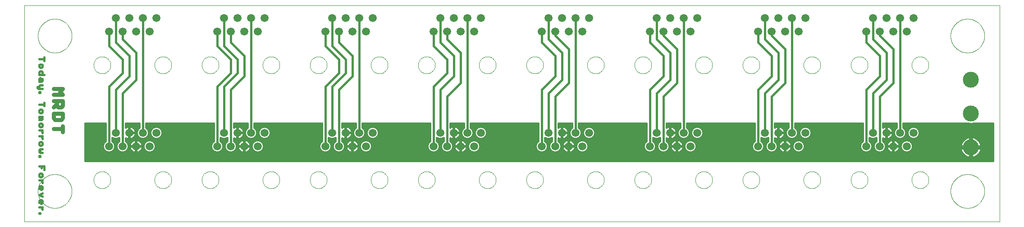
<source format=gtl>
G75*
%MOIN*%
%OFA0B0*%
%FSLAX24Y24*%
%IPPOS*%
%LPD*%
%AMOC8*
5,1,8,0,0,1.08239X$1,22.5*
%
%ADD10C,0.0000*%
%ADD11C,0.0310*%
%ADD12C,0.0170*%
%ADD13C,0.0594*%
%ADD14C,0.1181*%
%ADD15C,0.0160*%
D10*
X000100Y000100D02*
X000100Y016096D01*
X072220Y016096D01*
X072220Y000100D01*
X000100Y000100D01*
X001100Y002350D02*
X001102Y002420D01*
X001108Y002490D01*
X001118Y002559D01*
X001131Y002628D01*
X001149Y002696D01*
X001170Y002763D01*
X001195Y002828D01*
X001224Y002892D01*
X001256Y002955D01*
X001292Y003015D01*
X001331Y003073D01*
X001373Y003129D01*
X001418Y003183D01*
X001466Y003234D01*
X001517Y003282D01*
X001571Y003327D01*
X001627Y003369D01*
X001685Y003408D01*
X001745Y003444D01*
X001808Y003476D01*
X001872Y003505D01*
X001937Y003530D01*
X002004Y003551D01*
X002072Y003569D01*
X002141Y003582D01*
X002210Y003592D01*
X002280Y003598D01*
X002350Y003600D01*
X002420Y003598D01*
X002490Y003592D01*
X002559Y003582D01*
X002628Y003569D01*
X002696Y003551D01*
X002763Y003530D01*
X002828Y003505D01*
X002892Y003476D01*
X002955Y003444D01*
X003015Y003408D01*
X003073Y003369D01*
X003129Y003327D01*
X003183Y003282D01*
X003234Y003234D01*
X003282Y003183D01*
X003327Y003129D01*
X003369Y003073D01*
X003408Y003015D01*
X003444Y002955D01*
X003476Y002892D01*
X003505Y002828D01*
X003530Y002763D01*
X003551Y002696D01*
X003569Y002628D01*
X003582Y002559D01*
X003592Y002490D01*
X003598Y002420D01*
X003600Y002350D01*
X003598Y002280D01*
X003592Y002210D01*
X003582Y002141D01*
X003569Y002072D01*
X003551Y002004D01*
X003530Y001937D01*
X003505Y001872D01*
X003476Y001808D01*
X003444Y001745D01*
X003408Y001685D01*
X003369Y001627D01*
X003327Y001571D01*
X003282Y001517D01*
X003234Y001466D01*
X003183Y001418D01*
X003129Y001373D01*
X003073Y001331D01*
X003015Y001292D01*
X002955Y001256D01*
X002892Y001224D01*
X002828Y001195D01*
X002763Y001170D01*
X002696Y001149D01*
X002628Y001131D01*
X002559Y001118D01*
X002490Y001108D01*
X002420Y001102D01*
X002350Y001100D01*
X002280Y001102D01*
X002210Y001108D01*
X002141Y001118D01*
X002072Y001131D01*
X002004Y001149D01*
X001937Y001170D01*
X001872Y001195D01*
X001808Y001224D01*
X001745Y001256D01*
X001685Y001292D01*
X001627Y001331D01*
X001571Y001373D01*
X001517Y001418D01*
X001466Y001466D01*
X001418Y001517D01*
X001373Y001571D01*
X001331Y001627D01*
X001292Y001685D01*
X001256Y001745D01*
X001224Y001808D01*
X001195Y001872D01*
X001170Y001937D01*
X001149Y002004D01*
X001131Y002072D01*
X001118Y002141D01*
X001108Y002210D01*
X001102Y002280D01*
X001100Y002350D01*
X005220Y003183D02*
X005222Y003233D01*
X005228Y003283D01*
X005238Y003332D01*
X005252Y003380D01*
X005269Y003427D01*
X005290Y003472D01*
X005315Y003516D01*
X005343Y003557D01*
X005375Y003596D01*
X005409Y003633D01*
X005446Y003667D01*
X005486Y003697D01*
X005528Y003724D01*
X005572Y003748D01*
X005618Y003769D01*
X005665Y003785D01*
X005713Y003798D01*
X005763Y003807D01*
X005812Y003812D01*
X005863Y003813D01*
X005913Y003810D01*
X005962Y003803D01*
X006011Y003792D01*
X006059Y003777D01*
X006105Y003759D01*
X006150Y003737D01*
X006193Y003711D01*
X006234Y003682D01*
X006273Y003650D01*
X006309Y003615D01*
X006341Y003577D01*
X006371Y003537D01*
X006398Y003494D01*
X006421Y003450D01*
X006440Y003404D01*
X006456Y003356D01*
X006468Y003307D01*
X006476Y003258D01*
X006480Y003208D01*
X006480Y003158D01*
X006476Y003108D01*
X006468Y003059D01*
X006456Y003010D01*
X006440Y002962D01*
X006421Y002916D01*
X006398Y002872D01*
X006371Y002829D01*
X006341Y002789D01*
X006309Y002751D01*
X006273Y002716D01*
X006234Y002684D01*
X006193Y002655D01*
X006150Y002629D01*
X006105Y002607D01*
X006059Y002589D01*
X006011Y002574D01*
X005962Y002563D01*
X005913Y002556D01*
X005863Y002553D01*
X005812Y002554D01*
X005763Y002559D01*
X005713Y002568D01*
X005665Y002581D01*
X005618Y002597D01*
X005572Y002618D01*
X005528Y002642D01*
X005486Y002669D01*
X005446Y002699D01*
X005409Y002733D01*
X005375Y002770D01*
X005343Y002809D01*
X005315Y002850D01*
X005290Y002894D01*
X005269Y002939D01*
X005252Y002986D01*
X005238Y003034D01*
X005228Y003083D01*
X005222Y003133D01*
X005220Y003183D01*
X009720Y003183D02*
X009722Y003233D01*
X009728Y003283D01*
X009738Y003332D01*
X009752Y003380D01*
X009769Y003427D01*
X009790Y003472D01*
X009815Y003516D01*
X009843Y003557D01*
X009875Y003596D01*
X009909Y003633D01*
X009946Y003667D01*
X009986Y003697D01*
X010028Y003724D01*
X010072Y003748D01*
X010118Y003769D01*
X010165Y003785D01*
X010213Y003798D01*
X010263Y003807D01*
X010312Y003812D01*
X010363Y003813D01*
X010413Y003810D01*
X010462Y003803D01*
X010511Y003792D01*
X010559Y003777D01*
X010605Y003759D01*
X010650Y003737D01*
X010693Y003711D01*
X010734Y003682D01*
X010773Y003650D01*
X010809Y003615D01*
X010841Y003577D01*
X010871Y003537D01*
X010898Y003494D01*
X010921Y003450D01*
X010940Y003404D01*
X010956Y003356D01*
X010968Y003307D01*
X010976Y003258D01*
X010980Y003208D01*
X010980Y003158D01*
X010976Y003108D01*
X010968Y003059D01*
X010956Y003010D01*
X010940Y002962D01*
X010921Y002916D01*
X010898Y002872D01*
X010871Y002829D01*
X010841Y002789D01*
X010809Y002751D01*
X010773Y002716D01*
X010734Y002684D01*
X010693Y002655D01*
X010650Y002629D01*
X010605Y002607D01*
X010559Y002589D01*
X010511Y002574D01*
X010462Y002563D01*
X010413Y002556D01*
X010363Y002553D01*
X010312Y002554D01*
X010263Y002559D01*
X010213Y002568D01*
X010165Y002581D01*
X010118Y002597D01*
X010072Y002618D01*
X010028Y002642D01*
X009986Y002669D01*
X009946Y002699D01*
X009909Y002733D01*
X009875Y002770D01*
X009843Y002809D01*
X009815Y002850D01*
X009790Y002894D01*
X009769Y002939D01*
X009752Y002986D01*
X009738Y003034D01*
X009728Y003083D01*
X009722Y003133D01*
X009720Y003183D01*
X013220Y003183D02*
X013222Y003233D01*
X013228Y003283D01*
X013238Y003332D01*
X013252Y003380D01*
X013269Y003427D01*
X013290Y003472D01*
X013315Y003516D01*
X013343Y003557D01*
X013375Y003596D01*
X013409Y003633D01*
X013446Y003667D01*
X013486Y003697D01*
X013528Y003724D01*
X013572Y003748D01*
X013618Y003769D01*
X013665Y003785D01*
X013713Y003798D01*
X013763Y003807D01*
X013812Y003812D01*
X013863Y003813D01*
X013913Y003810D01*
X013962Y003803D01*
X014011Y003792D01*
X014059Y003777D01*
X014105Y003759D01*
X014150Y003737D01*
X014193Y003711D01*
X014234Y003682D01*
X014273Y003650D01*
X014309Y003615D01*
X014341Y003577D01*
X014371Y003537D01*
X014398Y003494D01*
X014421Y003450D01*
X014440Y003404D01*
X014456Y003356D01*
X014468Y003307D01*
X014476Y003258D01*
X014480Y003208D01*
X014480Y003158D01*
X014476Y003108D01*
X014468Y003059D01*
X014456Y003010D01*
X014440Y002962D01*
X014421Y002916D01*
X014398Y002872D01*
X014371Y002829D01*
X014341Y002789D01*
X014309Y002751D01*
X014273Y002716D01*
X014234Y002684D01*
X014193Y002655D01*
X014150Y002629D01*
X014105Y002607D01*
X014059Y002589D01*
X014011Y002574D01*
X013962Y002563D01*
X013913Y002556D01*
X013863Y002553D01*
X013812Y002554D01*
X013763Y002559D01*
X013713Y002568D01*
X013665Y002581D01*
X013618Y002597D01*
X013572Y002618D01*
X013528Y002642D01*
X013486Y002669D01*
X013446Y002699D01*
X013409Y002733D01*
X013375Y002770D01*
X013343Y002809D01*
X013315Y002850D01*
X013290Y002894D01*
X013269Y002939D01*
X013252Y002986D01*
X013238Y003034D01*
X013228Y003083D01*
X013222Y003133D01*
X013220Y003183D01*
X017720Y003183D02*
X017722Y003233D01*
X017728Y003283D01*
X017738Y003332D01*
X017752Y003380D01*
X017769Y003427D01*
X017790Y003472D01*
X017815Y003516D01*
X017843Y003557D01*
X017875Y003596D01*
X017909Y003633D01*
X017946Y003667D01*
X017986Y003697D01*
X018028Y003724D01*
X018072Y003748D01*
X018118Y003769D01*
X018165Y003785D01*
X018213Y003798D01*
X018263Y003807D01*
X018312Y003812D01*
X018363Y003813D01*
X018413Y003810D01*
X018462Y003803D01*
X018511Y003792D01*
X018559Y003777D01*
X018605Y003759D01*
X018650Y003737D01*
X018693Y003711D01*
X018734Y003682D01*
X018773Y003650D01*
X018809Y003615D01*
X018841Y003577D01*
X018871Y003537D01*
X018898Y003494D01*
X018921Y003450D01*
X018940Y003404D01*
X018956Y003356D01*
X018968Y003307D01*
X018976Y003258D01*
X018980Y003208D01*
X018980Y003158D01*
X018976Y003108D01*
X018968Y003059D01*
X018956Y003010D01*
X018940Y002962D01*
X018921Y002916D01*
X018898Y002872D01*
X018871Y002829D01*
X018841Y002789D01*
X018809Y002751D01*
X018773Y002716D01*
X018734Y002684D01*
X018693Y002655D01*
X018650Y002629D01*
X018605Y002607D01*
X018559Y002589D01*
X018511Y002574D01*
X018462Y002563D01*
X018413Y002556D01*
X018363Y002553D01*
X018312Y002554D01*
X018263Y002559D01*
X018213Y002568D01*
X018165Y002581D01*
X018118Y002597D01*
X018072Y002618D01*
X018028Y002642D01*
X017986Y002669D01*
X017946Y002699D01*
X017909Y002733D01*
X017875Y002770D01*
X017843Y002809D01*
X017815Y002850D01*
X017790Y002894D01*
X017769Y002939D01*
X017752Y002986D01*
X017738Y003034D01*
X017728Y003083D01*
X017722Y003133D01*
X017720Y003183D01*
X021220Y003183D02*
X021222Y003233D01*
X021228Y003283D01*
X021238Y003332D01*
X021252Y003380D01*
X021269Y003427D01*
X021290Y003472D01*
X021315Y003516D01*
X021343Y003557D01*
X021375Y003596D01*
X021409Y003633D01*
X021446Y003667D01*
X021486Y003697D01*
X021528Y003724D01*
X021572Y003748D01*
X021618Y003769D01*
X021665Y003785D01*
X021713Y003798D01*
X021763Y003807D01*
X021812Y003812D01*
X021863Y003813D01*
X021913Y003810D01*
X021962Y003803D01*
X022011Y003792D01*
X022059Y003777D01*
X022105Y003759D01*
X022150Y003737D01*
X022193Y003711D01*
X022234Y003682D01*
X022273Y003650D01*
X022309Y003615D01*
X022341Y003577D01*
X022371Y003537D01*
X022398Y003494D01*
X022421Y003450D01*
X022440Y003404D01*
X022456Y003356D01*
X022468Y003307D01*
X022476Y003258D01*
X022480Y003208D01*
X022480Y003158D01*
X022476Y003108D01*
X022468Y003059D01*
X022456Y003010D01*
X022440Y002962D01*
X022421Y002916D01*
X022398Y002872D01*
X022371Y002829D01*
X022341Y002789D01*
X022309Y002751D01*
X022273Y002716D01*
X022234Y002684D01*
X022193Y002655D01*
X022150Y002629D01*
X022105Y002607D01*
X022059Y002589D01*
X022011Y002574D01*
X021962Y002563D01*
X021913Y002556D01*
X021863Y002553D01*
X021812Y002554D01*
X021763Y002559D01*
X021713Y002568D01*
X021665Y002581D01*
X021618Y002597D01*
X021572Y002618D01*
X021528Y002642D01*
X021486Y002669D01*
X021446Y002699D01*
X021409Y002733D01*
X021375Y002770D01*
X021343Y002809D01*
X021315Y002850D01*
X021290Y002894D01*
X021269Y002939D01*
X021252Y002986D01*
X021238Y003034D01*
X021228Y003083D01*
X021222Y003133D01*
X021220Y003183D01*
X025720Y003183D02*
X025722Y003233D01*
X025728Y003283D01*
X025738Y003332D01*
X025752Y003380D01*
X025769Y003427D01*
X025790Y003472D01*
X025815Y003516D01*
X025843Y003557D01*
X025875Y003596D01*
X025909Y003633D01*
X025946Y003667D01*
X025986Y003697D01*
X026028Y003724D01*
X026072Y003748D01*
X026118Y003769D01*
X026165Y003785D01*
X026213Y003798D01*
X026263Y003807D01*
X026312Y003812D01*
X026363Y003813D01*
X026413Y003810D01*
X026462Y003803D01*
X026511Y003792D01*
X026559Y003777D01*
X026605Y003759D01*
X026650Y003737D01*
X026693Y003711D01*
X026734Y003682D01*
X026773Y003650D01*
X026809Y003615D01*
X026841Y003577D01*
X026871Y003537D01*
X026898Y003494D01*
X026921Y003450D01*
X026940Y003404D01*
X026956Y003356D01*
X026968Y003307D01*
X026976Y003258D01*
X026980Y003208D01*
X026980Y003158D01*
X026976Y003108D01*
X026968Y003059D01*
X026956Y003010D01*
X026940Y002962D01*
X026921Y002916D01*
X026898Y002872D01*
X026871Y002829D01*
X026841Y002789D01*
X026809Y002751D01*
X026773Y002716D01*
X026734Y002684D01*
X026693Y002655D01*
X026650Y002629D01*
X026605Y002607D01*
X026559Y002589D01*
X026511Y002574D01*
X026462Y002563D01*
X026413Y002556D01*
X026363Y002553D01*
X026312Y002554D01*
X026263Y002559D01*
X026213Y002568D01*
X026165Y002581D01*
X026118Y002597D01*
X026072Y002618D01*
X026028Y002642D01*
X025986Y002669D01*
X025946Y002699D01*
X025909Y002733D01*
X025875Y002770D01*
X025843Y002809D01*
X025815Y002850D01*
X025790Y002894D01*
X025769Y002939D01*
X025752Y002986D01*
X025738Y003034D01*
X025728Y003083D01*
X025722Y003133D01*
X025720Y003183D01*
X029220Y003183D02*
X029222Y003233D01*
X029228Y003283D01*
X029238Y003332D01*
X029252Y003380D01*
X029269Y003427D01*
X029290Y003472D01*
X029315Y003516D01*
X029343Y003557D01*
X029375Y003596D01*
X029409Y003633D01*
X029446Y003667D01*
X029486Y003697D01*
X029528Y003724D01*
X029572Y003748D01*
X029618Y003769D01*
X029665Y003785D01*
X029713Y003798D01*
X029763Y003807D01*
X029812Y003812D01*
X029863Y003813D01*
X029913Y003810D01*
X029962Y003803D01*
X030011Y003792D01*
X030059Y003777D01*
X030105Y003759D01*
X030150Y003737D01*
X030193Y003711D01*
X030234Y003682D01*
X030273Y003650D01*
X030309Y003615D01*
X030341Y003577D01*
X030371Y003537D01*
X030398Y003494D01*
X030421Y003450D01*
X030440Y003404D01*
X030456Y003356D01*
X030468Y003307D01*
X030476Y003258D01*
X030480Y003208D01*
X030480Y003158D01*
X030476Y003108D01*
X030468Y003059D01*
X030456Y003010D01*
X030440Y002962D01*
X030421Y002916D01*
X030398Y002872D01*
X030371Y002829D01*
X030341Y002789D01*
X030309Y002751D01*
X030273Y002716D01*
X030234Y002684D01*
X030193Y002655D01*
X030150Y002629D01*
X030105Y002607D01*
X030059Y002589D01*
X030011Y002574D01*
X029962Y002563D01*
X029913Y002556D01*
X029863Y002553D01*
X029812Y002554D01*
X029763Y002559D01*
X029713Y002568D01*
X029665Y002581D01*
X029618Y002597D01*
X029572Y002618D01*
X029528Y002642D01*
X029486Y002669D01*
X029446Y002699D01*
X029409Y002733D01*
X029375Y002770D01*
X029343Y002809D01*
X029315Y002850D01*
X029290Y002894D01*
X029269Y002939D01*
X029252Y002986D01*
X029238Y003034D01*
X029228Y003083D01*
X029222Y003133D01*
X029220Y003183D01*
X033720Y003183D02*
X033722Y003233D01*
X033728Y003283D01*
X033738Y003332D01*
X033752Y003380D01*
X033769Y003427D01*
X033790Y003472D01*
X033815Y003516D01*
X033843Y003557D01*
X033875Y003596D01*
X033909Y003633D01*
X033946Y003667D01*
X033986Y003697D01*
X034028Y003724D01*
X034072Y003748D01*
X034118Y003769D01*
X034165Y003785D01*
X034213Y003798D01*
X034263Y003807D01*
X034312Y003812D01*
X034363Y003813D01*
X034413Y003810D01*
X034462Y003803D01*
X034511Y003792D01*
X034559Y003777D01*
X034605Y003759D01*
X034650Y003737D01*
X034693Y003711D01*
X034734Y003682D01*
X034773Y003650D01*
X034809Y003615D01*
X034841Y003577D01*
X034871Y003537D01*
X034898Y003494D01*
X034921Y003450D01*
X034940Y003404D01*
X034956Y003356D01*
X034968Y003307D01*
X034976Y003258D01*
X034980Y003208D01*
X034980Y003158D01*
X034976Y003108D01*
X034968Y003059D01*
X034956Y003010D01*
X034940Y002962D01*
X034921Y002916D01*
X034898Y002872D01*
X034871Y002829D01*
X034841Y002789D01*
X034809Y002751D01*
X034773Y002716D01*
X034734Y002684D01*
X034693Y002655D01*
X034650Y002629D01*
X034605Y002607D01*
X034559Y002589D01*
X034511Y002574D01*
X034462Y002563D01*
X034413Y002556D01*
X034363Y002553D01*
X034312Y002554D01*
X034263Y002559D01*
X034213Y002568D01*
X034165Y002581D01*
X034118Y002597D01*
X034072Y002618D01*
X034028Y002642D01*
X033986Y002669D01*
X033946Y002699D01*
X033909Y002733D01*
X033875Y002770D01*
X033843Y002809D01*
X033815Y002850D01*
X033790Y002894D01*
X033769Y002939D01*
X033752Y002986D01*
X033738Y003034D01*
X033728Y003083D01*
X033722Y003133D01*
X033720Y003183D01*
X037220Y003183D02*
X037222Y003233D01*
X037228Y003283D01*
X037238Y003332D01*
X037252Y003380D01*
X037269Y003427D01*
X037290Y003472D01*
X037315Y003516D01*
X037343Y003557D01*
X037375Y003596D01*
X037409Y003633D01*
X037446Y003667D01*
X037486Y003697D01*
X037528Y003724D01*
X037572Y003748D01*
X037618Y003769D01*
X037665Y003785D01*
X037713Y003798D01*
X037763Y003807D01*
X037812Y003812D01*
X037863Y003813D01*
X037913Y003810D01*
X037962Y003803D01*
X038011Y003792D01*
X038059Y003777D01*
X038105Y003759D01*
X038150Y003737D01*
X038193Y003711D01*
X038234Y003682D01*
X038273Y003650D01*
X038309Y003615D01*
X038341Y003577D01*
X038371Y003537D01*
X038398Y003494D01*
X038421Y003450D01*
X038440Y003404D01*
X038456Y003356D01*
X038468Y003307D01*
X038476Y003258D01*
X038480Y003208D01*
X038480Y003158D01*
X038476Y003108D01*
X038468Y003059D01*
X038456Y003010D01*
X038440Y002962D01*
X038421Y002916D01*
X038398Y002872D01*
X038371Y002829D01*
X038341Y002789D01*
X038309Y002751D01*
X038273Y002716D01*
X038234Y002684D01*
X038193Y002655D01*
X038150Y002629D01*
X038105Y002607D01*
X038059Y002589D01*
X038011Y002574D01*
X037962Y002563D01*
X037913Y002556D01*
X037863Y002553D01*
X037812Y002554D01*
X037763Y002559D01*
X037713Y002568D01*
X037665Y002581D01*
X037618Y002597D01*
X037572Y002618D01*
X037528Y002642D01*
X037486Y002669D01*
X037446Y002699D01*
X037409Y002733D01*
X037375Y002770D01*
X037343Y002809D01*
X037315Y002850D01*
X037290Y002894D01*
X037269Y002939D01*
X037252Y002986D01*
X037238Y003034D01*
X037228Y003083D01*
X037222Y003133D01*
X037220Y003183D01*
X041720Y003183D02*
X041722Y003233D01*
X041728Y003283D01*
X041738Y003332D01*
X041752Y003380D01*
X041769Y003427D01*
X041790Y003472D01*
X041815Y003516D01*
X041843Y003557D01*
X041875Y003596D01*
X041909Y003633D01*
X041946Y003667D01*
X041986Y003697D01*
X042028Y003724D01*
X042072Y003748D01*
X042118Y003769D01*
X042165Y003785D01*
X042213Y003798D01*
X042263Y003807D01*
X042312Y003812D01*
X042363Y003813D01*
X042413Y003810D01*
X042462Y003803D01*
X042511Y003792D01*
X042559Y003777D01*
X042605Y003759D01*
X042650Y003737D01*
X042693Y003711D01*
X042734Y003682D01*
X042773Y003650D01*
X042809Y003615D01*
X042841Y003577D01*
X042871Y003537D01*
X042898Y003494D01*
X042921Y003450D01*
X042940Y003404D01*
X042956Y003356D01*
X042968Y003307D01*
X042976Y003258D01*
X042980Y003208D01*
X042980Y003158D01*
X042976Y003108D01*
X042968Y003059D01*
X042956Y003010D01*
X042940Y002962D01*
X042921Y002916D01*
X042898Y002872D01*
X042871Y002829D01*
X042841Y002789D01*
X042809Y002751D01*
X042773Y002716D01*
X042734Y002684D01*
X042693Y002655D01*
X042650Y002629D01*
X042605Y002607D01*
X042559Y002589D01*
X042511Y002574D01*
X042462Y002563D01*
X042413Y002556D01*
X042363Y002553D01*
X042312Y002554D01*
X042263Y002559D01*
X042213Y002568D01*
X042165Y002581D01*
X042118Y002597D01*
X042072Y002618D01*
X042028Y002642D01*
X041986Y002669D01*
X041946Y002699D01*
X041909Y002733D01*
X041875Y002770D01*
X041843Y002809D01*
X041815Y002850D01*
X041790Y002894D01*
X041769Y002939D01*
X041752Y002986D01*
X041738Y003034D01*
X041728Y003083D01*
X041722Y003133D01*
X041720Y003183D01*
X045220Y003183D02*
X045222Y003233D01*
X045228Y003283D01*
X045238Y003332D01*
X045252Y003380D01*
X045269Y003427D01*
X045290Y003472D01*
X045315Y003516D01*
X045343Y003557D01*
X045375Y003596D01*
X045409Y003633D01*
X045446Y003667D01*
X045486Y003697D01*
X045528Y003724D01*
X045572Y003748D01*
X045618Y003769D01*
X045665Y003785D01*
X045713Y003798D01*
X045763Y003807D01*
X045812Y003812D01*
X045863Y003813D01*
X045913Y003810D01*
X045962Y003803D01*
X046011Y003792D01*
X046059Y003777D01*
X046105Y003759D01*
X046150Y003737D01*
X046193Y003711D01*
X046234Y003682D01*
X046273Y003650D01*
X046309Y003615D01*
X046341Y003577D01*
X046371Y003537D01*
X046398Y003494D01*
X046421Y003450D01*
X046440Y003404D01*
X046456Y003356D01*
X046468Y003307D01*
X046476Y003258D01*
X046480Y003208D01*
X046480Y003158D01*
X046476Y003108D01*
X046468Y003059D01*
X046456Y003010D01*
X046440Y002962D01*
X046421Y002916D01*
X046398Y002872D01*
X046371Y002829D01*
X046341Y002789D01*
X046309Y002751D01*
X046273Y002716D01*
X046234Y002684D01*
X046193Y002655D01*
X046150Y002629D01*
X046105Y002607D01*
X046059Y002589D01*
X046011Y002574D01*
X045962Y002563D01*
X045913Y002556D01*
X045863Y002553D01*
X045812Y002554D01*
X045763Y002559D01*
X045713Y002568D01*
X045665Y002581D01*
X045618Y002597D01*
X045572Y002618D01*
X045528Y002642D01*
X045486Y002669D01*
X045446Y002699D01*
X045409Y002733D01*
X045375Y002770D01*
X045343Y002809D01*
X045315Y002850D01*
X045290Y002894D01*
X045269Y002939D01*
X045252Y002986D01*
X045238Y003034D01*
X045228Y003083D01*
X045222Y003133D01*
X045220Y003183D01*
X049720Y003183D02*
X049722Y003233D01*
X049728Y003283D01*
X049738Y003332D01*
X049752Y003380D01*
X049769Y003427D01*
X049790Y003472D01*
X049815Y003516D01*
X049843Y003557D01*
X049875Y003596D01*
X049909Y003633D01*
X049946Y003667D01*
X049986Y003697D01*
X050028Y003724D01*
X050072Y003748D01*
X050118Y003769D01*
X050165Y003785D01*
X050213Y003798D01*
X050263Y003807D01*
X050312Y003812D01*
X050363Y003813D01*
X050413Y003810D01*
X050462Y003803D01*
X050511Y003792D01*
X050559Y003777D01*
X050605Y003759D01*
X050650Y003737D01*
X050693Y003711D01*
X050734Y003682D01*
X050773Y003650D01*
X050809Y003615D01*
X050841Y003577D01*
X050871Y003537D01*
X050898Y003494D01*
X050921Y003450D01*
X050940Y003404D01*
X050956Y003356D01*
X050968Y003307D01*
X050976Y003258D01*
X050980Y003208D01*
X050980Y003158D01*
X050976Y003108D01*
X050968Y003059D01*
X050956Y003010D01*
X050940Y002962D01*
X050921Y002916D01*
X050898Y002872D01*
X050871Y002829D01*
X050841Y002789D01*
X050809Y002751D01*
X050773Y002716D01*
X050734Y002684D01*
X050693Y002655D01*
X050650Y002629D01*
X050605Y002607D01*
X050559Y002589D01*
X050511Y002574D01*
X050462Y002563D01*
X050413Y002556D01*
X050363Y002553D01*
X050312Y002554D01*
X050263Y002559D01*
X050213Y002568D01*
X050165Y002581D01*
X050118Y002597D01*
X050072Y002618D01*
X050028Y002642D01*
X049986Y002669D01*
X049946Y002699D01*
X049909Y002733D01*
X049875Y002770D01*
X049843Y002809D01*
X049815Y002850D01*
X049790Y002894D01*
X049769Y002939D01*
X049752Y002986D01*
X049738Y003034D01*
X049728Y003083D01*
X049722Y003133D01*
X049720Y003183D01*
X053220Y003183D02*
X053222Y003233D01*
X053228Y003283D01*
X053238Y003332D01*
X053252Y003380D01*
X053269Y003427D01*
X053290Y003472D01*
X053315Y003516D01*
X053343Y003557D01*
X053375Y003596D01*
X053409Y003633D01*
X053446Y003667D01*
X053486Y003697D01*
X053528Y003724D01*
X053572Y003748D01*
X053618Y003769D01*
X053665Y003785D01*
X053713Y003798D01*
X053763Y003807D01*
X053812Y003812D01*
X053863Y003813D01*
X053913Y003810D01*
X053962Y003803D01*
X054011Y003792D01*
X054059Y003777D01*
X054105Y003759D01*
X054150Y003737D01*
X054193Y003711D01*
X054234Y003682D01*
X054273Y003650D01*
X054309Y003615D01*
X054341Y003577D01*
X054371Y003537D01*
X054398Y003494D01*
X054421Y003450D01*
X054440Y003404D01*
X054456Y003356D01*
X054468Y003307D01*
X054476Y003258D01*
X054480Y003208D01*
X054480Y003158D01*
X054476Y003108D01*
X054468Y003059D01*
X054456Y003010D01*
X054440Y002962D01*
X054421Y002916D01*
X054398Y002872D01*
X054371Y002829D01*
X054341Y002789D01*
X054309Y002751D01*
X054273Y002716D01*
X054234Y002684D01*
X054193Y002655D01*
X054150Y002629D01*
X054105Y002607D01*
X054059Y002589D01*
X054011Y002574D01*
X053962Y002563D01*
X053913Y002556D01*
X053863Y002553D01*
X053812Y002554D01*
X053763Y002559D01*
X053713Y002568D01*
X053665Y002581D01*
X053618Y002597D01*
X053572Y002618D01*
X053528Y002642D01*
X053486Y002669D01*
X053446Y002699D01*
X053409Y002733D01*
X053375Y002770D01*
X053343Y002809D01*
X053315Y002850D01*
X053290Y002894D01*
X053269Y002939D01*
X053252Y002986D01*
X053238Y003034D01*
X053228Y003083D01*
X053222Y003133D01*
X053220Y003183D01*
X057720Y003183D02*
X057722Y003233D01*
X057728Y003283D01*
X057738Y003332D01*
X057752Y003380D01*
X057769Y003427D01*
X057790Y003472D01*
X057815Y003516D01*
X057843Y003557D01*
X057875Y003596D01*
X057909Y003633D01*
X057946Y003667D01*
X057986Y003697D01*
X058028Y003724D01*
X058072Y003748D01*
X058118Y003769D01*
X058165Y003785D01*
X058213Y003798D01*
X058263Y003807D01*
X058312Y003812D01*
X058363Y003813D01*
X058413Y003810D01*
X058462Y003803D01*
X058511Y003792D01*
X058559Y003777D01*
X058605Y003759D01*
X058650Y003737D01*
X058693Y003711D01*
X058734Y003682D01*
X058773Y003650D01*
X058809Y003615D01*
X058841Y003577D01*
X058871Y003537D01*
X058898Y003494D01*
X058921Y003450D01*
X058940Y003404D01*
X058956Y003356D01*
X058968Y003307D01*
X058976Y003258D01*
X058980Y003208D01*
X058980Y003158D01*
X058976Y003108D01*
X058968Y003059D01*
X058956Y003010D01*
X058940Y002962D01*
X058921Y002916D01*
X058898Y002872D01*
X058871Y002829D01*
X058841Y002789D01*
X058809Y002751D01*
X058773Y002716D01*
X058734Y002684D01*
X058693Y002655D01*
X058650Y002629D01*
X058605Y002607D01*
X058559Y002589D01*
X058511Y002574D01*
X058462Y002563D01*
X058413Y002556D01*
X058363Y002553D01*
X058312Y002554D01*
X058263Y002559D01*
X058213Y002568D01*
X058165Y002581D01*
X058118Y002597D01*
X058072Y002618D01*
X058028Y002642D01*
X057986Y002669D01*
X057946Y002699D01*
X057909Y002733D01*
X057875Y002770D01*
X057843Y002809D01*
X057815Y002850D01*
X057790Y002894D01*
X057769Y002939D01*
X057752Y002986D01*
X057738Y003034D01*
X057728Y003083D01*
X057722Y003133D01*
X057720Y003183D01*
X061220Y003183D02*
X061222Y003233D01*
X061228Y003283D01*
X061238Y003332D01*
X061252Y003380D01*
X061269Y003427D01*
X061290Y003472D01*
X061315Y003516D01*
X061343Y003557D01*
X061375Y003596D01*
X061409Y003633D01*
X061446Y003667D01*
X061486Y003697D01*
X061528Y003724D01*
X061572Y003748D01*
X061618Y003769D01*
X061665Y003785D01*
X061713Y003798D01*
X061763Y003807D01*
X061812Y003812D01*
X061863Y003813D01*
X061913Y003810D01*
X061962Y003803D01*
X062011Y003792D01*
X062059Y003777D01*
X062105Y003759D01*
X062150Y003737D01*
X062193Y003711D01*
X062234Y003682D01*
X062273Y003650D01*
X062309Y003615D01*
X062341Y003577D01*
X062371Y003537D01*
X062398Y003494D01*
X062421Y003450D01*
X062440Y003404D01*
X062456Y003356D01*
X062468Y003307D01*
X062476Y003258D01*
X062480Y003208D01*
X062480Y003158D01*
X062476Y003108D01*
X062468Y003059D01*
X062456Y003010D01*
X062440Y002962D01*
X062421Y002916D01*
X062398Y002872D01*
X062371Y002829D01*
X062341Y002789D01*
X062309Y002751D01*
X062273Y002716D01*
X062234Y002684D01*
X062193Y002655D01*
X062150Y002629D01*
X062105Y002607D01*
X062059Y002589D01*
X062011Y002574D01*
X061962Y002563D01*
X061913Y002556D01*
X061863Y002553D01*
X061812Y002554D01*
X061763Y002559D01*
X061713Y002568D01*
X061665Y002581D01*
X061618Y002597D01*
X061572Y002618D01*
X061528Y002642D01*
X061486Y002669D01*
X061446Y002699D01*
X061409Y002733D01*
X061375Y002770D01*
X061343Y002809D01*
X061315Y002850D01*
X061290Y002894D01*
X061269Y002939D01*
X061252Y002986D01*
X061238Y003034D01*
X061228Y003083D01*
X061222Y003133D01*
X061220Y003183D01*
X065720Y003183D02*
X065722Y003233D01*
X065728Y003283D01*
X065738Y003332D01*
X065752Y003380D01*
X065769Y003427D01*
X065790Y003472D01*
X065815Y003516D01*
X065843Y003557D01*
X065875Y003596D01*
X065909Y003633D01*
X065946Y003667D01*
X065986Y003697D01*
X066028Y003724D01*
X066072Y003748D01*
X066118Y003769D01*
X066165Y003785D01*
X066213Y003798D01*
X066263Y003807D01*
X066312Y003812D01*
X066363Y003813D01*
X066413Y003810D01*
X066462Y003803D01*
X066511Y003792D01*
X066559Y003777D01*
X066605Y003759D01*
X066650Y003737D01*
X066693Y003711D01*
X066734Y003682D01*
X066773Y003650D01*
X066809Y003615D01*
X066841Y003577D01*
X066871Y003537D01*
X066898Y003494D01*
X066921Y003450D01*
X066940Y003404D01*
X066956Y003356D01*
X066968Y003307D01*
X066976Y003258D01*
X066980Y003208D01*
X066980Y003158D01*
X066976Y003108D01*
X066968Y003059D01*
X066956Y003010D01*
X066940Y002962D01*
X066921Y002916D01*
X066898Y002872D01*
X066871Y002829D01*
X066841Y002789D01*
X066809Y002751D01*
X066773Y002716D01*
X066734Y002684D01*
X066693Y002655D01*
X066650Y002629D01*
X066605Y002607D01*
X066559Y002589D01*
X066511Y002574D01*
X066462Y002563D01*
X066413Y002556D01*
X066363Y002553D01*
X066312Y002554D01*
X066263Y002559D01*
X066213Y002568D01*
X066165Y002581D01*
X066118Y002597D01*
X066072Y002618D01*
X066028Y002642D01*
X065986Y002669D01*
X065946Y002699D01*
X065909Y002733D01*
X065875Y002770D01*
X065843Y002809D01*
X065815Y002850D01*
X065790Y002894D01*
X065769Y002939D01*
X065752Y002986D01*
X065738Y003034D01*
X065728Y003083D01*
X065722Y003133D01*
X065720Y003183D01*
X068600Y002350D02*
X068602Y002420D01*
X068608Y002490D01*
X068618Y002559D01*
X068631Y002628D01*
X068649Y002696D01*
X068670Y002763D01*
X068695Y002828D01*
X068724Y002892D01*
X068756Y002955D01*
X068792Y003015D01*
X068831Y003073D01*
X068873Y003129D01*
X068918Y003183D01*
X068966Y003234D01*
X069017Y003282D01*
X069071Y003327D01*
X069127Y003369D01*
X069185Y003408D01*
X069245Y003444D01*
X069308Y003476D01*
X069372Y003505D01*
X069437Y003530D01*
X069504Y003551D01*
X069572Y003569D01*
X069641Y003582D01*
X069710Y003592D01*
X069780Y003598D01*
X069850Y003600D01*
X069920Y003598D01*
X069990Y003592D01*
X070059Y003582D01*
X070128Y003569D01*
X070196Y003551D01*
X070263Y003530D01*
X070328Y003505D01*
X070392Y003476D01*
X070455Y003444D01*
X070515Y003408D01*
X070573Y003369D01*
X070629Y003327D01*
X070683Y003282D01*
X070734Y003234D01*
X070782Y003183D01*
X070827Y003129D01*
X070869Y003073D01*
X070908Y003015D01*
X070944Y002955D01*
X070976Y002892D01*
X071005Y002828D01*
X071030Y002763D01*
X071051Y002696D01*
X071069Y002628D01*
X071082Y002559D01*
X071092Y002490D01*
X071098Y002420D01*
X071100Y002350D01*
X071098Y002280D01*
X071092Y002210D01*
X071082Y002141D01*
X071069Y002072D01*
X071051Y002004D01*
X071030Y001937D01*
X071005Y001872D01*
X070976Y001808D01*
X070944Y001745D01*
X070908Y001685D01*
X070869Y001627D01*
X070827Y001571D01*
X070782Y001517D01*
X070734Y001466D01*
X070683Y001418D01*
X070629Y001373D01*
X070573Y001331D01*
X070515Y001292D01*
X070455Y001256D01*
X070392Y001224D01*
X070328Y001195D01*
X070263Y001170D01*
X070196Y001149D01*
X070128Y001131D01*
X070059Y001118D01*
X069990Y001108D01*
X069920Y001102D01*
X069850Y001100D01*
X069780Y001102D01*
X069710Y001108D01*
X069641Y001118D01*
X069572Y001131D01*
X069504Y001149D01*
X069437Y001170D01*
X069372Y001195D01*
X069308Y001224D01*
X069245Y001256D01*
X069185Y001292D01*
X069127Y001331D01*
X069071Y001373D01*
X069017Y001418D01*
X068966Y001466D01*
X068918Y001517D01*
X068873Y001571D01*
X068831Y001627D01*
X068792Y001685D01*
X068756Y001745D01*
X068724Y001808D01*
X068695Y001872D01*
X068670Y001937D01*
X068649Y002004D01*
X068631Y002072D01*
X068618Y002141D01*
X068608Y002210D01*
X068602Y002280D01*
X068600Y002350D01*
X065720Y011683D02*
X065722Y011733D01*
X065728Y011783D01*
X065738Y011832D01*
X065752Y011880D01*
X065769Y011927D01*
X065790Y011972D01*
X065815Y012016D01*
X065843Y012057D01*
X065875Y012096D01*
X065909Y012133D01*
X065946Y012167D01*
X065986Y012197D01*
X066028Y012224D01*
X066072Y012248D01*
X066118Y012269D01*
X066165Y012285D01*
X066213Y012298D01*
X066263Y012307D01*
X066312Y012312D01*
X066363Y012313D01*
X066413Y012310D01*
X066462Y012303D01*
X066511Y012292D01*
X066559Y012277D01*
X066605Y012259D01*
X066650Y012237D01*
X066693Y012211D01*
X066734Y012182D01*
X066773Y012150D01*
X066809Y012115D01*
X066841Y012077D01*
X066871Y012037D01*
X066898Y011994D01*
X066921Y011950D01*
X066940Y011904D01*
X066956Y011856D01*
X066968Y011807D01*
X066976Y011758D01*
X066980Y011708D01*
X066980Y011658D01*
X066976Y011608D01*
X066968Y011559D01*
X066956Y011510D01*
X066940Y011462D01*
X066921Y011416D01*
X066898Y011372D01*
X066871Y011329D01*
X066841Y011289D01*
X066809Y011251D01*
X066773Y011216D01*
X066734Y011184D01*
X066693Y011155D01*
X066650Y011129D01*
X066605Y011107D01*
X066559Y011089D01*
X066511Y011074D01*
X066462Y011063D01*
X066413Y011056D01*
X066363Y011053D01*
X066312Y011054D01*
X066263Y011059D01*
X066213Y011068D01*
X066165Y011081D01*
X066118Y011097D01*
X066072Y011118D01*
X066028Y011142D01*
X065986Y011169D01*
X065946Y011199D01*
X065909Y011233D01*
X065875Y011270D01*
X065843Y011309D01*
X065815Y011350D01*
X065790Y011394D01*
X065769Y011439D01*
X065752Y011486D01*
X065738Y011534D01*
X065728Y011583D01*
X065722Y011633D01*
X065720Y011683D01*
X061220Y011683D02*
X061222Y011733D01*
X061228Y011783D01*
X061238Y011832D01*
X061252Y011880D01*
X061269Y011927D01*
X061290Y011972D01*
X061315Y012016D01*
X061343Y012057D01*
X061375Y012096D01*
X061409Y012133D01*
X061446Y012167D01*
X061486Y012197D01*
X061528Y012224D01*
X061572Y012248D01*
X061618Y012269D01*
X061665Y012285D01*
X061713Y012298D01*
X061763Y012307D01*
X061812Y012312D01*
X061863Y012313D01*
X061913Y012310D01*
X061962Y012303D01*
X062011Y012292D01*
X062059Y012277D01*
X062105Y012259D01*
X062150Y012237D01*
X062193Y012211D01*
X062234Y012182D01*
X062273Y012150D01*
X062309Y012115D01*
X062341Y012077D01*
X062371Y012037D01*
X062398Y011994D01*
X062421Y011950D01*
X062440Y011904D01*
X062456Y011856D01*
X062468Y011807D01*
X062476Y011758D01*
X062480Y011708D01*
X062480Y011658D01*
X062476Y011608D01*
X062468Y011559D01*
X062456Y011510D01*
X062440Y011462D01*
X062421Y011416D01*
X062398Y011372D01*
X062371Y011329D01*
X062341Y011289D01*
X062309Y011251D01*
X062273Y011216D01*
X062234Y011184D01*
X062193Y011155D01*
X062150Y011129D01*
X062105Y011107D01*
X062059Y011089D01*
X062011Y011074D01*
X061962Y011063D01*
X061913Y011056D01*
X061863Y011053D01*
X061812Y011054D01*
X061763Y011059D01*
X061713Y011068D01*
X061665Y011081D01*
X061618Y011097D01*
X061572Y011118D01*
X061528Y011142D01*
X061486Y011169D01*
X061446Y011199D01*
X061409Y011233D01*
X061375Y011270D01*
X061343Y011309D01*
X061315Y011350D01*
X061290Y011394D01*
X061269Y011439D01*
X061252Y011486D01*
X061238Y011534D01*
X061228Y011583D01*
X061222Y011633D01*
X061220Y011683D01*
X057720Y011683D02*
X057722Y011733D01*
X057728Y011783D01*
X057738Y011832D01*
X057752Y011880D01*
X057769Y011927D01*
X057790Y011972D01*
X057815Y012016D01*
X057843Y012057D01*
X057875Y012096D01*
X057909Y012133D01*
X057946Y012167D01*
X057986Y012197D01*
X058028Y012224D01*
X058072Y012248D01*
X058118Y012269D01*
X058165Y012285D01*
X058213Y012298D01*
X058263Y012307D01*
X058312Y012312D01*
X058363Y012313D01*
X058413Y012310D01*
X058462Y012303D01*
X058511Y012292D01*
X058559Y012277D01*
X058605Y012259D01*
X058650Y012237D01*
X058693Y012211D01*
X058734Y012182D01*
X058773Y012150D01*
X058809Y012115D01*
X058841Y012077D01*
X058871Y012037D01*
X058898Y011994D01*
X058921Y011950D01*
X058940Y011904D01*
X058956Y011856D01*
X058968Y011807D01*
X058976Y011758D01*
X058980Y011708D01*
X058980Y011658D01*
X058976Y011608D01*
X058968Y011559D01*
X058956Y011510D01*
X058940Y011462D01*
X058921Y011416D01*
X058898Y011372D01*
X058871Y011329D01*
X058841Y011289D01*
X058809Y011251D01*
X058773Y011216D01*
X058734Y011184D01*
X058693Y011155D01*
X058650Y011129D01*
X058605Y011107D01*
X058559Y011089D01*
X058511Y011074D01*
X058462Y011063D01*
X058413Y011056D01*
X058363Y011053D01*
X058312Y011054D01*
X058263Y011059D01*
X058213Y011068D01*
X058165Y011081D01*
X058118Y011097D01*
X058072Y011118D01*
X058028Y011142D01*
X057986Y011169D01*
X057946Y011199D01*
X057909Y011233D01*
X057875Y011270D01*
X057843Y011309D01*
X057815Y011350D01*
X057790Y011394D01*
X057769Y011439D01*
X057752Y011486D01*
X057738Y011534D01*
X057728Y011583D01*
X057722Y011633D01*
X057720Y011683D01*
X053220Y011683D02*
X053222Y011733D01*
X053228Y011783D01*
X053238Y011832D01*
X053252Y011880D01*
X053269Y011927D01*
X053290Y011972D01*
X053315Y012016D01*
X053343Y012057D01*
X053375Y012096D01*
X053409Y012133D01*
X053446Y012167D01*
X053486Y012197D01*
X053528Y012224D01*
X053572Y012248D01*
X053618Y012269D01*
X053665Y012285D01*
X053713Y012298D01*
X053763Y012307D01*
X053812Y012312D01*
X053863Y012313D01*
X053913Y012310D01*
X053962Y012303D01*
X054011Y012292D01*
X054059Y012277D01*
X054105Y012259D01*
X054150Y012237D01*
X054193Y012211D01*
X054234Y012182D01*
X054273Y012150D01*
X054309Y012115D01*
X054341Y012077D01*
X054371Y012037D01*
X054398Y011994D01*
X054421Y011950D01*
X054440Y011904D01*
X054456Y011856D01*
X054468Y011807D01*
X054476Y011758D01*
X054480Y011708D01*
X054480Y011658D01*
X054476Y011608D01*
X054468Y011559D01*
X054456Y011510D01*
X054440Y011462D01*
X054421Y011416D01*
X054398Y011372D01*
X054371Y011329D01*
X054341Y011289D01*
X054309Y011251D01*
X054273Y011216D01*
X054234Y011184D01*
X054193Y011155D01*
X054150Y011129D01*
X054105Y011107D01*
X054059Y011089D01*
X054011Y011074D01*
X053962Y011063D01*
X053913Y011056D01*
X053863Y011053D01*
X053812Y011054D01*
X053763Y011059D01*
X053713Y011068D01*
X053665Y011081D01*
X053618Y011097D01*
X053572Y011118D01*
X053528Y011142D01*
X053486Y011169D01*
X053446Y011199D01*
X053409Y011233D01*
X053375Y011270D01*
X053343Y011309D01*
X053315Y011350D01*
X053290Y011394D01*
X053269Y011439D01*
X053252Y011486D01*
X053238Y011534D01*
X053228Y011583D01*
X053222Y011633D01*
X053220Y011683D01*
X049720Y011683D02*
X049722Y011733D01*
X049728Y011783D01*
X049738Y011832D01*
X049752Y011880D01*
X049769Y011927D01*
X049790Y011972D01*
X049815Y012016D01*
X049843Y012057D01*
X049875Y012096D01*
X049909Y012133D01*
X049946Y012167D01*
X049986Y012197D01*
X050028Y012224D01*
X050072Y012248D01*
X050118Y012269D01*
X050165Y012285D01*
X050213Y012298D01*
X050263Y012307D01*
X050312Y012312D01*
X050363Y012313D01*
X050413Y012310D01*
X050462Y012303D01*
X050511Y012292D01*
X050559Y012277D01*
X050605Y012259D01*
X050650Y012237D01*
X050693Y012211D01*
X050734Y012182D01*
X050773Y012150D01*
X050809Y012115D01*
X050841Y012077D01*
X050871Y012037D01*
X050898Y011994D01*
X050921Y011950D01*
X050940Y011904D01*
X050956Y011856D01*
X050968Y011807D01*
X050976Y011758D01*
X050980Y011708D01*
X050980Y011658D01*
X050976Y011608D01*
X050968Y011559D01*
X050956Y011510D01*
X050940Y011462D01*
X050921Y011416D01*
X050898Y011372D01*
X050871Y011329D01*
X050841Y011289D01*
X050809Y011251D01*
X050773Y011216D01*
X050734Y011184D01*
X050693Y011155D01*
X050650Y011129D01*
X050605Y011107D01*
X050559Y011089D01*
X050511Y011074D01*
X050462Y011063D01*
X050413Y011056D01*
X050363Y011053D01*
X050312Y011054D01*
X050263Y011059D01*
X050213Y011068D01*
X050165Y011081D01*
X050118Y011097D01*
X050072Y011118D01*
X050028Y011142D01*
X049986Y011169D01*
X049946Y011199D01*
X049909Y011233D01*
X049875Y011270D01*
X049843Y011309D01*
X049815Y011350D01*
X049790Y011394D01*
X049769Y011439D01*
X049752Y011486D01*
X049738Y011534D01*
X049728Y011583D01*
X049722Y011633D01*
X049720Y011683D01*
X045220Y011683D02*
X045222Y011733D01*
X045228Y011783D01*
X045238Y011832D01*
X045252Y011880D01*
X045269Y011927D01*
X045290Y011972D01*
X045315Y012016D01*
X045343Y012057D01*
X045375Y012096D01*
X045409Y012133D01*
X045446Y012167D01*
X045486Y012197D01*
X045528Y012224D01*
X045572Y012248D01*
X045618Y012269D01*
X045665Y012285D01*
X045713Y012298D01*
X045763Y012307D01*
X045812Y012312D01*
X045863Y012313D01*
X045913Y012310D01*
X045962Y012303D01*
X046011Y012292D01*
X046059Y012277D01*
X046105Y012259D01*
X046150Y012237D01*
X046193Y012211D01*
X046234Y012182D01*
X046273Y012150D01*
X046309Y012115D01*
X046341Y012077D01*
X046371Y012037D01*
X046398Y011994D01*
X046421Y011950D01*
X046440Y011904D01*
X046456Y011856D01*
X046468Y011807D01*
X046476Y011758D01*
X046480Y011708D01*
X046480Y011658D01*
X046476Y011608D01*
X046468Y011559D01*
X046456Y011510D01*
X046440Y011462D01*
X046421Y011416D01*
X046398Y011372D01*
X046371Y011329D01*
X046341Y011289D01*
X046309Y011251D01*
X046273Y011216D01*
X046234Y011184D01*
X046193Y011155D01*
X046150Y011129D01*
X046105Y011107D01*
X046059Y011089D01*
X046011Y011074D01*
X045962Y011063D01*
X045913Y011056D01*
X045863Y011053D01*
X045812Y011054D01*
X045763Y011059D01*
X045713Y011068D01*
X045665Y011081D01*
X045618Y011097D01*
X045572Y011118D01*
X045528Y011142D01*
X045486Y011169D01*
X045446Y011199D01*
X045409Y011233D01*
X045375Y011270D01*
X045343Y011309D01*
X045315Y011350D01*
X045290Y011394D01*
X045269Y011439D01*
X045252Y011486D01*
X045238Y011534D01*
X045228Y011583D01*
X045222Y011633D01*
X045220Y011683D01*
X041720Y011683D02*
X041722Y011733D01*
X041728Y011783D01*
X041738Y011832D01*
X041752Y011880D01*
X041769Y011927D01*
X041790Y011972D01*
X041815Y012016D01*
X041843Y012057D01*
X041875Y012096D01*
X041909Y012133D01*
X041946Y012167D01*
X041986Y012197D01*
X042028Y012224D01*
X042072Y012248D01*
X042118Y012269D01*
X042165Y012285D01*
X042213Y012298D01*
X042263Y012307D01*
X042312Y012312D01*
X042363Y012313D01*
X042413Y012310D01*
X042462Y012303D01*
X042511Y012292D01*
X042559Y012277D01*
X042605Y012259D01*
X042650Y012237D01*
X042693Y012211D01*
X042734Y012182D01*
X042773Y012150D01*
X042809Y012115D01*
X042841Y012077D01*
X042871Y012037D01*
X042898Y011994D01*
X042921Y011950D01*
X042940Y011904D01*
X042956Y011856D01*
X042968Y011807D01*
X042976Y011758D01*
X042980Y011708D01*
X042980Y011658D01*
X042976Y011608D01*
X042968Y011559D01*
X042956Y011510D01*
X042940Y011462D01*
X042921Y011416D01*
X042898Y011372D01*
X042871Y011329D01*
X042841Y011289D01*
X042809Y011251D01*
X042773Y011216D01*
X042734Y011184D01*
X042693Y011155D01*
X042650Y011129D01*
X042605Y011107D01*
X042559Y011089D01*
X042511Y011074D01*
X042462Y011063D01*
X042413Y011056D01*
X042363Y011053D01*
X042312Y011054D01*
X042263Y011059D01*
X042213Y011068D01*
X042165Y011081D01*
X042118Y011097D01*
X042072Y011118D01*
X042028Y011142D01*
X041986Y011169D01*
X041946Y011199D01*
X041909Y011233D01*
X041875Y011270D01*
X041843Y011309D01*
X041815Y011350D01*
X041790Y011394D01*
X041769Y011439D01*
X041752Y011486D01*
X041738Y011534D01*
X041728Y011583D01*
X041722Y011633D01*
X041720Y011683D01*
X037220Y011683D02*
X037222Y011733D01*
X037228Y011783D01*
X037238Y011832D01*
X037252Y011880D01*
X037269Y011927D01*
X037290Y011972D01*
X037315Y012016D01*
X037343Y012057D01*
X037375Y012096D01*
X037409Y012133D01*
X037446Y012167D01*
X037486Y012197D01*
X037528Y012224D01*
X037572Y012248D01*
X037618Y012269D01*
X037665Y012285D01*
X037713Y012298D01*
X037763Y012307D01*
X037812Y012312D01*
X037863Y012313D01*
X037913Y012310D01*
X037962Y012303D01*
X038011Y012292D01*
X038059Y012277D01*
X038105Y012259D01*
X038150Y012237D01*
X038193Y012211D01*
X038234Y012182D01*
X038273Y012150D01*
X038309Y012115D01*
X038341Y012077D01*
X038371Y012037D01*
X038398Y011994D01*
X038421Y011950D01*
X038440Y011904D01*
X038456Y011856D01*
X038468Y011807D01*
X038476Y011758D01*
X038480Y011708D01*
X038480Y011658D01*
X038476Y011608D01*
X038468Y011559D01*
X038456Y011510D01*
X038440Y011462D01*
X038421Y011416D01*
X038398Y011372D01*
X038371Y011329D01*
X038341Y011289D01*
X038309Y011251D01*
X038273Y011216D01*
X038234Y011184D01*
X038193Y011155D01*
X038150Y011129D01*
X038105Y011107D01*
X038059Y011089D01*
X038011Y011074D01*
X037962Y011063D01*
X037913Y011056D01*
X037863Y011053D01*
X037812Y011054D01*
X037763Y011059D01*
X037713Y011068D01*
X037665Y011081D01*
X037618Y011097D01*
X037572Y011118D01*
X037528Y011142D01*
X037486Y011169D01*
X037446Y011199D01*
X037409Y011233D01*
X037375Y011270D01*
X037343Y011309D01*
X037315Y011350D01*
X037290Y011394D01*
X037269Y011439D01*
X037252Y011486D01*
X037238Y011534D01*
X037228Y011583D01*
X037222Y011633D01*
X037220Y011683D01*
X033720Y011683D02*
X033722Y011733D01*
X033728Y011783D01*
X033738Y011832D01*
X033752Y011880D01*
X033769Y011927D01*
X033790Y011972D01*
X033815Y012016D01*
X033843Y012057D01*
X033875Y012096D01*
X033909Y012133D01*
X033946Y012167D01*
X033986Y012197D01*
X034028Y012224D01*
X034072Y012248D01*
X034118Y012269D01*
X034165Y012285D01*
X034213Y012298D01*
X034263Y012307D01*
X034312Y012312D01*
X034363Y012313D01*
X034413Y012310D01*
X034462Y012303D01*
X034511Y012292D01*
X034559Y012277D01*
X034605Y012259D01*
X034650Y012237D01*
X034693Y012211D01*
X034734Y012182D01*
X034773Y012150D01*
X034809Y012115D01*
X034841Y012077D01*
X034871Y012037D01*
X034898Y011994D01*
X034921Y011950D01*
X034940Y011904D01*
X034956Y011856D01*
X034968Y011807D01*
X034976Y011758D01*
X034980Y011708D01*
X034980Y011658D01*
X034976Y011608D01*
X034968Y011559D01*
X034956Y011510D01*
X034940Y011462D01*
X034921Y011416D01*
X034898Y011372D01*
X034871Y011329D01*
X034841Y011289D01*
X034809Y011251D01*
X034773Y011216D01*
X034734Y011184D01*
X034693Y011155D01*
X034650Y011129D01*
X034605Y011107D01*
X034559Y011089D01*
X034511Y011074D01*
X034462Y011063D01*
X034413Y011056D01*
X034363Y011053D01*
X034312Y011054D01*
X034263Y011059D01*
X034213Y011068D01*
X034165Y011081D01*
X034118Y011097D01*
X034072Y011118D01*
X034028Y011142D01*
X033986Y011169D01*
X033946Y011199D01*
X033909Y011233D01*
X033875Y011270D01*
X033843Y011309D01*
X033815Y011350D01*
X033790Y011394D01*
X033769Y011439D01*
X033752Y011486D01*
X033738Y011534D01*
X033728Y011583D01*
X033722Y011633D01*
X033720Y011683D01*
X029220Y011683D02*
X029222Y011733D01*
X029228Y011783D01*
X029238Y011832D01*
X029252Y011880D01*
X029269Y011927D01*
X029290Y011972D01*
X029315Y012016D01*
X029343Y012057D01*
X029375Y012096D01*
X029409Y012133D01*
X029446Y012167D01*
X029486Y012197D01*
X029528Y012224D01*
X029572Y012248D01*
X029618Y012269D01*
X029665Y012285D01*
X029713Y012298D01*
X029763Y012307D01*
X029812Y012312D01*
X029863Y012313D01*
X029913Y012310D01*
X029962Y012303D01*
X030011Y012292D01*
X030059Y012277D01*
X030105Y012259D01*
X030150Y012237D01*
X030193Y012211D01*
X030234Y012182D01*
X030273Y012150D01*
X030309Y012115D01*
X030341Y012077D01*
X030371Y012037D01*
X030398Y011994D01*
X030421Y011950D01*
X030440Y011904D01*
X030456Y011856D01*
X030468Y011807D01*
X030476Y011758D01*
X030480Y011708D01*
X030480Y011658D01*
X030476Y011608D01*
X030468Y011559D01*
X030456Y011510D01*
X030440Y011462D01*
X030421Y011416D01*
X030398Y011372D01*
X030371Y011329D01*
X030341Y011289D01*
X030309Y011251D01*
X030273Y011216D01*
X030234Y011184D01*
X030193Y011155D01*
X030150Y011129D01*
X030105Y011107D01*
X030059Y011089D01*
X030011Y011074D01*
X029962Y011063D01*
X029913Y011056D01*
X029863Y011053D01*
X029812Y011054D01*
X029763Y011059D01*
X029713Y011068D01*
X029665Y011081D01*
X029618Y011097D01*
X029572Y011118D01*
X029528Y011142D01*
X029486Y011169D01*
X029446Y011199D01*
X029409Y011233D01*
X029375Y011270D01*
X029343Y011309D01*
X029315Y011350D01*
X029290Y011394D01*
X029269Y011439D01*
X029252Y011486D01*
X029238Y011534D01*
X029228Y011583D01*
X029222Y011633D01*
X029220Y011683D01*
X025720Y011683D02*
X025722Y011733D01*
X025728Y011783D01*
X025738Y011832D01*
X025752Y011880D01*
X025769Y011927D01*
X025790Y011972D01*
X025815Y012016D01*
X025843Y012057D01*
X025875Y012096D01*
X025909Y012133D01*
X025946Y012167D01*
X025986Y012197D01*
X026028Y012224D01*
X026072Y012248D01*
X026118Y012269D01*
X026165Y012285D01*
X026213Y012298D01*
X026263Y012307D01*
X026312Y012312D01*
X026363Y012313D01*
X026413Y012310D01*
X026462Y012303D01*
X026511Y012292D01*
X026559Y012277D01*
X026605Y012259D01*
X026650Y012237D01*
X026693Y012211D01*
X026734Y012182D01*
X026773Y012150D01*
X026809Y012115D01*
X026841Y012077D01*
X026871Y012037D01*
X026898Y011994D01*
X026921Y011950D01*
X026940Y011904D01*
X026956Y011856D01*
X026968Y011807D01*
X026976Y011758D01*
X026980Y011708D01*
X026980Y011658D01*
X026976Y011608D01*
X026968Y011559D01*
X026956Y011510D01*
X026940Y011462D01*
X026921Y011416D01*
X026898Y011372D01*
X026871Y011329D01*
X026841Y011289D01*
X026809Y011251D01*
X026773Y011216D01*
X026734Y011184D01*
X026693Y011155D01*
X026650Y011129D01*
X026605Y011107D01*
X026559Y011089D01*
X026511Y011074D01*
X026462Y011063D01*
X026413Y011056D01*
X026363Y011053D01*
X026312Y011054D01*
X026263Y011059D01*
X026213Y011068D01*
X026165Y011081D01*
X026118Y011097D01*
X026072Y011118D01*
X026028Y011142D01*
X025986Y011169D01*
X025946Y011199D01*
X025909Y011233D01*
X025875Y011270D01*
X025843Y011309D01*
X025815Y011350D01*
X025790Y011394D01*
X025769Y011439D01*
X025752Y011486D01*
X025738Y011534D01*
X025728Y011583D01*
X025722Y011633D01*
X025720Y011683D01*
X021220Y011683D02*
X021222Y011733D01*
X021228Y011783D01*
X021238Y011832D01*
X021252Y011880D01*
X021269Y011927D01*
X021290Y011972D01*
X021315Y012016D01*
X021343Y012057D01*
X021375Y012096D01*
X021409Y012133D01*
X021446Y012167D01*
X021486Y012197D01*
X021528Y012224D01*
X021572Y012248D01*
X021618Y012269D01*
X021665Y012285D01*
X021713Y012298D01*
X021763Y012307D01*
X021812Y012312D01*
X021863Y012313D01*
X021913Y012310D01*
X021962Y012303D01*
X022011Y012292D01*
X022059Y012277D01*
X022105Y012259D01*
X022150Y012237D01*
X022193Y012211D01*
X022234Y012182D01*
X022273Y012150D01*
X022309Y012115D01*
X022341Y012077D01*
X022371Y012037D01*
X022398Y011994D01*
X022421Y011950D01*
X022440Y011904D01*
X022456Y011856D01*
X022468Y011807D01*
X022476Y011758D01*
X022480Y011708D01*
X022480Y011658D01*
X022476Y011608D01*
X022468Y011559D01*
X022456Y011510D01*
X022440Y011462D01*
X022421Y011416D01*
X022398Y011372D01*
X022371Y011329D01*
X022341Y011289D01*
X022309Y011251D01*
X022273Y011216D01*
X022234Y011184D01*
X022193Y011155D01*
X022150Y011129D01*
X022105Y011107D01*
X022059Y011089D01*
X022011Y011074D01*
X021962Y011063D01*
X021913Y011056D01*
X021863Y011053D01*
X021812Y011054D01*
X021763Y011059D01*
X021713Y011068D01*
X021665Y011081D01*
X021618Y011097D01*
X021572Y011118D01*
X021528Y011142D01*
X021486Y011169D01*
X021446Y011199D01*
X021409Y011233D01*
X021375Y011270D01*
X021343Y011309D01*
X021315Y011350D01*
X021290Y011394D01*
X021269Y011439D01*
X021252Y011486D01*
X021238Y011534D01*
X021228Y011583D01*
X021222Y011633D01*
X021220Y011683D01*
X017720Y011683D02*
X017722Y011733D01*
X017728Y011783D01*
X017738Y011832D01*
X017752Y011880D01*
X017769Y011927D01*
X017790Y011972D01*
X017815Y012016D01*
X017843Y012057D01*
X017875Y012096D01*
X017909Y012133D01*
X017946Y012167D01*
X017986Y012197D01*
X018028Y012224D01*
X018072Y012248D01*
X018118Y012269D01*
X018165Y012285D01*
X018213Y012298D01*
X018263Y012307D01*
X018312Y012312D01*
X018363Y012313D01*
X018413Y012310D01*
X018462Y012303D01*
X018511Y012292D01*
X018559Y012277D01*
X018605Y012259D01*
X018650Y012237D01*
X018693Y012211D01*
X018734Y012182D01*
X018773Y012150D01*
X018809Y012115D01*
X018841Y012077D01*
X018871Y012037D01*
X018898Y011994D01*
X018921Y011950D01*
X018940Y011904D01*
X018956Y011856D01*
X018968Y011807D01*
X018976Y011758D01*
X018980Y011708D01*
X018980Y011658D01*
X018976Y011608D01*
X018968Y011559D01*
X018956Y011510D01*
X018940Y011462D01*
X018921Y011416D01*
X018898Y011372D01*
X018871Y011329D01*
X018841Y011289D01*
X018809Y011251D01*
X018773Y011216D01*
X018734Y011184D01*
X018693Y011155D01*
X018650Y011129D01*
X018605Y011107D01*
X018559Y011089D01*
X018511Y011074D01*
X018462Y011063D01*
X018413Y011056D01*
X018363Y011053D01*
X018312Y011054D01*
X018263Y011059D01*
X018213Y011068D01*
X018165Y011081D01*
X018118Y011097D01*
X018072Y011118D01*
X018028Y011142D01*
X017986Y011169D01*
X017946Y011199D01*
X017909Y011233D01*
X017875Y011270D01*
X017843Y011309D01*
X017815Y011350D01*
X017790Y011394D01*
X017769Y011439D01*
X017752Y011486D01*
X017738Y011534D01*
X017728Y011583D01*
X017722Y011633D01*
X017720Y011683D01*
X013220Y011683D02*
X013222Y011733D01*
X013228Y011783D01*
X013238Y011832D01*
X013252Y011880D01*
X013269Y011927D01*
X013290Y011972D01*
X013315Y012016D01*
X013343Y012057D01*
X013375Y012096D01*
X013409Y012133D01*
X013446Y012167D01*
X013486Y012197D01*
X013528Y012224D01*
X013572Y012248D01*
X013618Y012269D01*
X013665Y012285D01*
X013713Y012298D01*
X013763Y012307D01*
X013812Y012312D01*
X013863Y012313D01*
X013913Y012310D01*
X013962Y012303D01*
X014011Y012292D01*
X014059Y012277D01*
X014105Y012259D01*
X014150Y012237D01*
X014193Y012211D01*
X014234Y012182D01*
X014273Y012150D01*
X014309Y012115D01*
X014341Y012077D01*
X014371Y012037D01*
X014398Y011994D01*
X014421Y011950D01*
X014440Y011904D01*
X014456Y011856D01*
X014468Y011807D01*
X014476Y011758D01*
X014480Y011708D01*
X014480Y011658D01*
X014476Y011608D01*
X014468Y011559D01*
X014456Y011510D01*
X014440Y011462D01*
X014421Y011416D01*
X014398Y011372D01*
X014371Y011329D01*
X014341Y011289D01*
X014309Y011251D01*
X014273Y011216D01*
X014234Y011184D01*
X014193Y011155D01*
X014150Y011129D01*
X014105Y011107D01*
X014059Y011089D01*
X014011Y011074D01*
X013962Y011063D01*
X013913Y011056D01*
X013863Y011053D01*
X013812Y011054D01*
X013763Y011059D01*
X013713Y011068D01*
X013665Y011081D01*
X013618Y011097D01*
X013572Y011118D01*
X013528Y011142D01*
X013486Y011169D01*
X013446Y011199D01*
X013409Y011233D01*
X013375Y011270D01*
X013343Y011309D01*
X013315Y011350D01*
X013290Y011394D01*
X013269Y011439D01*
X013252Y011486D01*
X013238Y011534D01*
X013228Y011583D01*
X013222Y011633D01*
X013220Y011683D01*
X009720Y011683D02*
X009722Y011733D01*
X009728Y011783D01*
X009738Y011832D01*
X009752Y011880D01*
X009769Y011927D01*
X009790Y011972D01*
X009815Y012016D01*
X009843Y012057D01*
X009875Y012096D01*
X009909Y012133D01*
X009946Y012167D01*
X009986Y012197D01*
X010028Y012224D01*
X010072Y012248D01*
X010118Y012269D01*
X010165Y012285D01*
X010213Y012298D01*
X010263Y012307D01*
X010312Y012312D01*
X010363Y012313D01*
X010413Y012310D01*
X010462Y012303D01*
X010511Y012292D01*
X010559Y012277D01*
X010605Y012259D01*
X010650Y012237D01*
X010693Y012211D01*
X010734Y012182D01*
X010773Y012150D01*
X010809Y012115D01*
X010841Y012077D01*
X010871Y012037D01*
X010898Y011994D01*
X010921Y011950D01*
X010940Y011904D01*
X010956Y011856D01*
X010968Y011807D01*
X010976Y011758D01*
X010980Y011708D01*
X010980Y011658D01*
X010976Y011608D01*
X010968Y011559D01*
X010956Y011510D01*
X010940Y011462D01*
X010921Y011416D01*
X010898Y011372D01*
X010871Y011329D01*
X010841Y011289D01*
X010809Y011251D01*
X010773Y011216D01*
X010734Y011184D01*
X010693Y011155D01*
X010650Y011129D01*
X010605Y011107D01*
X010559Y011089D01*
X010511Y011074D01*
X010462Y011063D01*
X010413Y011056D01*
X010363Y011053D01*
X010312Y011054D01*
X010263Y011059D01*
X010213Y011068D01*
X010165Y011081D01*
X010118Y011097D01*
X010072Y011118D01*
X010028Y011142D01*
X009986Y011169D01*
X009946Y011199D01*
X009909Y011233D01*
X009875Y011270D01*
X009843Y011309D01*
X009815Y011350D01*
X009790Y011394D01*
X009769Y011439D01*
X009752Y011486D01*
X009738Y011534D01*
X009728Y011583D01*
X009722Y011633D01*
X009720Y011683D01*
X005220Y011683D02*
X005222Y011733D01*
X005228Y011783D01*
X005238Y011832D01*
X005252Y011880D01*
X005269Y011927D01*
X005290Y011972D01*
X005315Y012016D01*
X005343Y012057D01*
X005375Y012096D01*
X005409Y012133D01*
X005446Y012167D01*
X005486Y012197D01*
X005528Y012224D01*
X005572Y012248D01*
X005618Y012269D01*
X005665Y012285D01*
X005713Y012298D01*
X005763Y012307D01*
X005812Y012312D01*
X005863Y012313D01*
X005913Y012310D01*
X005962Y012303D01*
X006011Y012292D01*
X006059Y012277D01*
X006105Y012259D01*
X006150Y012237D01*
X006193Y012211D01*
X006234Y012182D01*
X006273Y012150D01*
X006309Y012115D01*
X006341Y012077D01*
X006371Y012037D01*
X006398Y011994D01*
X006421Y011950D01*
X006440Y011904D01*
X006456Y011856D01*
X006468Y011807D01*
X006476Y011758D01*
X006480Y011708D01*
X006480Y011658D01*
X006476Y011608D01*
X006468Y011559D01*
X006456Y011510D01*
X006440Y011462D01*
X006421Y011416D01*
X006398Y011372D01*
X006371Y011329D01*
X006341Y011289D01*
X006309Y011251D01*
X006273Y011216D01*
X006234Y011184D01*
X006193Y011155D01*
X006150Y011129D01*
X006105Y011107D01*
X006059Y011089D01*
X006011Y011074D01*
X005962Y011063D01*
X005913Y011056D01*
X005863Y011053D01*
X005812Y011054D01*
X005763Y011059D01*
X005713Y011068D01*
X005665Y011081D01*
X005618Y011097D01*
X005572Y011118D01*
X005528Y011142D01*
X005486Y011169D01*
X005446Y011199D01*
X005409Y011233D01*
X005375Y011270D01*
X005343Y011309D01*
X005315Y011350D01*
X005290Y011394D01*
X005269Y011439D01*
X005252Y011486D01*
X005238Y011534D01*
X005228Y011583D01*
X005222Y011633D01*
X005220Y011683D01*
X001100Y013850D02*
X001102Y013920D01*
X001108Y013990D01*
X001118Y014059D01*
X001131Y014128D01*
X001149Y014196D01*
X001170Y014263D01*
X001195Y014328D01*
X001224Y014392D01*
X001256Y014455D01*
X001292Y014515D01*
X001331Y014573D01*
X001373Y014629D01*
X001418Y014683D01*
X001466Y014734D01*
X001517Y014782D01*
X001571Y014827D01*
X001627Y014869D01*
X001685Y014908D01*
X001745Y014944D01*
X001808Y014976D01*
X001872Y015005D01*
X001937Y015030D01*
X002004Y015051D01*
X002072Y015069D01*
X002141Y015082D01*
X002210Y015092D01*
X002280Y015098D01*
X002350Y015100D01*
X002420Y015098D01*
X002490Y015092D01*
X002559Y015082D01*
X002628Y015069D01*
X002696Y015051D01*
X002763Y015030D01*
X002828Y015005D01*
X002892Y014976D01*
X002955Y014944D01*
X003015Y014908D01*
X003073Y014869D01*
X003129Y014827D01*
X003183Y014782D01*
X003234Y014734D01*
X003282Y014683D01*
X003327Y014629D01*
X003369Y014573D01*
X003408Y014515D01*
X003444Y014455D01*
X003476Y014392D01*
X003505Y014328D01*
X003530Y014263D01*
X003551Y014196D01*
X003569Y014128D01*
X003582Y014059D01*
X003592Y013990D01*
X003598Y013920D01*
X003600Y013850D01*
X003598Y013780D01*
X003592Y013710D01*
X003582Y013641D01*
X003569Y013572D01*
X003551Y013504D01*
X003530Y013437D01*
X003505Y013372D01*
X003476Y013308D01*
X003444Y013245D01*
X003408Y013185D01*
X003369Y013127D01*
X003327Y013071D01*
X003282Y013017D01*
X003234Y012966D01*
X003183Y012918D01*
X003129Y012873D01*
X003073Y012831D01*
X003015Y012792D01*
X002955Y012756D01*
X002892Y012724D01*
X002828Y012695D01*
X002763Y012670D01*
X002696Y012649D01*
X002628Y012631D01*
X002559Y012618D01*
X002490Y012608D01*
X002420Y012602D01*
X002350Y012600D01*
X002280Y012602D01*
X002210Y012608D01*
X002141Y012618D01*
X002072Y012631D01*
X002004Y012649D01*
X001937Y012670D01*
X001872Y012695D01*
X001808Y012724D01*
X001745Y012756D01*
X001685Y012792D01*
X001627Y012831D01*
X001571Y012873D01*
X001517Y012918D01*
X001466Y012966D01*
X001418Y013017D01*
X001373Y013071D01*
X001331Y013127D01*
X001292Y013185D01*
X001256Y013245D01*
X001224Y013308D01*
X001195Y013372D01*
X001170Y013437D01*
X001149Y013504D01*
X001131Y013572D01*
X001118Y013641D01*
X001108Y013710D01*
X001102Y013780D01*
X001100Y013850D01*
X068600Y013850D02*
X068602Y013920D01*
X068608Y013990D01*
X068618Y014059D01*
X068631Y014128D01*
X068649Y014196D01*
X068670Y014263D01*
X068695Y014328D01*
X068724Y014392D01*
X068756Y014455D01*
X068792Y014515D01*
X068831Y014573D01*
X068873Y014629D01*
X068918Y014683D01*
X068966Y014734D01*
X069017Y014782D01*
X069071Y014827D01*
X069127Y014869D01*
X069185Y014908D01*
X069245Y014944D01*
X069308Y014976D01*
X069372Y015005D01*
X069437Y015030D01*
X069504Y015051D01*
X069572Y015069D01*
X069641Y015082D01*
X069710Y015092D01*
X069780Y015098D01*
X069850Y015100D01*
X069920Y015098D01*
X069990Y015092D01*
X070059Y015082D01*
X070128Y015069D01*
X070196Y015051D01*
X070263Y015030D01*
X070328Y015005D01*
X070392Y014976D01*
X070455Y014944D01*
X070515Y014908D01*
X070573Y014869D01*
X070629Y014827D01*
X070683Y014782D01*
X070734Y014734D01*
X070782Y014683D01*
X070827Y014629D01*
X070869Y014573D01*
X070908Y014515D01*
X070944Y014455D01*
X070976Y014392D01*
X071005Y014328D01*
X071030Y014263D01*
X071051Y014196D01*
X071069Y014128D01*
X071082Y014059D01*
X071092Y013990D01*
X071098Y013920D01*
X071100Y013850D01*
X071098Y013780D01*
X071092Y013710D01*
X071082Y013641D01*
X071069Y013572D01*
X071051Y013504D01*
X071030Y013437D01*
X071005Y013372D01*
X070976Y013308D01*
X070944Y013245D01*
X070908Y013185D01*
X070869Y013127D01*
X070827Y013071D01*
X070782Y013017D01*
X070734Y012966D01*
X070683Y012918D01*
X070629Y012873D01*
X070573Y012831D01*
X070515Y012792D01*
X070455Y012756D01*
X070392Y012724D01*
X070328Y012695D01*
X070263Y012670D01*
X070196Y012649D01*
X070128Y012631D01*
X070059Y012618D01*
X069990Y012608D01*
X069920Y012602D01*
X069850Y012600D01*
X069780Y012602D01*
X069710Y012608D01*
X069641Y012618D01*
X069572Y012631D01*
X069504Y012649D01*
X069437Y012670D01*
X069372Y012695D01*
X069308Y012724D01*
X069245Y012756D01*
X069185Y012792D01*
X069127Y012831D01*
X069071Y012873D01*
X069017Y012918D01*
X068966Y012966D01*
X068918Y013017D01*
X068873Y013071D01*
X068831Y013127D01*
X068792Y013185D01*
X068756Y013245D01*
X068724Y013308D01*
X068695Y013372D01*
X068670Y013437D01*
X068649Y013504D01*
X068631Y013572D01*
X068618Y013641D01*
X068608Y013710D01*
X068602Y013780D01*
X068600Y013850D01*
D11*
X002946Y009945D02*
X002715Y009715D01*
X002946Y009485D01*
X002255Y009485D01*
X002255Y009945D02*
X002946Y009945D01*
X002946Y009024D02*
X002255Y009024D01*
X002485Y009024D02*
X002485Y008679D01*
X002600Y008564D01*
X002830Y008564D01*
X002946Y008679D01*
X002946Y009024D01*
X002485Y008794D02*
X002255Y008564D01*
X002255Y008103D02*
X002255Y007758D01*
X002370Y007643D01*
X002830Y007643D01*
X002946Y007758D01*
X002946Y008103D01*
X002255Y008103D01*
X002946Y007183D02*
X002946Y006722D01*
X002946Y006952D02*
X002255Y006952D01*
D12*
X001445Y006851D02*
X001185Y006851D01*
X001315Y006851D02*
X001445Y006721D01*
X001445Y006656D01*
X001445Y006421D02*
X001185Y006421D01*
X001315Y006421D02*
X001445Y006291D01*
X001445Y006226D01*
X001380Y005991D02*
X001250Y005991D01*
X001185Y005926D01*
X001185Y005796D01*
X001250Y005731D01*
X001380Y005731D01*
X001445Y005796D01*
X001445Y005926D01*
X001380Y005991D01*
X001445Y005476D02*
X001250Y005476D01*
X001185Y005411D01*
X001250Y005346D01*
X001185Y005281D01*
X001250Y005216D01*
X001445Y005216D01*
X001250Y004960D02*
X001250Y004895D01*
X001185Y004895D01*
X001185Y004960D01*
X001250Y004960D01*
X001185Y004187D02*
X001575Y004187D01*
X001575Y003926D01*
X001380Y004057D02*
X001380Y004187D01*
X001380Y003671D02*
X001250Y003671D01*
X001185Y003606D01*
X001185Y003476D01*
X001250Y003411D01*
X001380Y003411D01*
X001445Y003476D01*
X001445Y003606D01*
X001380Y003671D01*
X001315Y003155D02*
X001445Y003025D01*
X001445Y002960D01*
X001445Y003155D02*
X001185Y003155D01*
X001250Y002726D02*
X001380Y002726D01*
X001445Y002661D01*
X001445Y002530D01*
X001380Y002465D01*
X001315Y002465D01*
X001315Y002726D01*
X001250Y002726D02*
X001185Y002661D01*
X001185Y002530D01*
X001445Y002210D02*
X001185Y002080D01*
X001445Y001950D01*
X001380Y001694D02*
X001445Y001629D01*
X001445Y001499D01*
X001380Y001434D01*
X001315Y001434D01*
X001315Y001694D01*
X001250Y001694D02*
X001380Y001694D01*
X001250Y001694D02*
X001185Y001629D01*
X001185Y001499D01*
X001185Y001179D02*
X001445Y001179D01*
X001315Y001179D02*
X001445Y001049D01*
X001445Y000984D01*
X001250Y000749D02*
X001250Y000684D01*
X001185Y000684D01*
X001185Y000749D01*
X001250Y000749D01*
X001250Y007106D02*
X001380Y007106D01*
X001445Y007171D01*
X001445Y007301D01*
X001380Y007366D01*
X001250Y007366D01*
X001185Y007301D01*
X001185Y007171D01*
X001250Y007106D01*
X001185Y007622D02*
X001380Y007622D01*
X001445Y007687D01*
X001380Y007752D01*
X001185Y007752D01*
X001185Y007882D02*
X001445Y007882D01*
X001445Y007817D01*
X001380Y007752D01*
X001380Y008137D02*
X001445Y008203D01*
X001445Y008333D01*
X001380Y008398D01*
X001250Y008398D01*
X001185Y008333D01*
X001185Y008203D01*
X001250Y008137D01*
X001380Y008137D01*
X001575Y008653D02*
X001575Y008913D01*
X001575Y008783D02*
X001185Y008783D01*
X001185Y009622D02*
X001185Y009687D01*
X001250Y009687D01*
X001250Y009622D01*
X001185Y009622D01*
X001185Y009942D02*
X001185Y010137D01*
X001250Y010202D01*
X001445Y010202D01*
X001445Y009942D02*
X001120Y009942D01*
X001055Y010007D01*
X001055Y010072D01*
X001185Y010458D02*
X001185Y010653D01*
X001250Y010718D01*
X001315Y010653D01*
X001315Y010458D01*
X001380Y010458D02*
X001185Y010458D01*
X001380Y010458D02*
X001445Y010523D01*
X001445Y010653D01*
X001445Y010973D02*
X001445Y011169D01*
X001380Y011234D01*
X001250Y011234D01*
X001185Y011169D01*
X001185Y010973D01*
X001575Y010973D01*
X001380Y011489D02*
X001445Y011554D01*
X001445Y011684D01*
X001380Y011749D01*
X001250Y011749D01*
X001185Y011684D01*
X001185Y011554D01*
X001250Y011489D01*
X001380Y011489D01*
X001575Y012005D02*
X001575Y012265D01*
X001575Y012135D02*
X001185Y012135D01*
D13*
X006350Y014183D03*
X007350Y014183D03*
X008350Y014183D03*
X009350Y014183D03*
X008850Y015183D03*
X009850Y015183D03*
X007850Y015183D03*
X006850Y015183D03*
X014350Y014183D03*
X015350Y014183D03*
X016350Y014183D03*
X017350Y014183D03*
X016850Y015183D03*
X017850Y015183D03*
X015850Y015183D03*
X014850Y015183D03*
X022350Y014183D03*
X023350Y014183D03*
X024350Y014183D03*
X025350Y014183D03*
X024850Y015183D03*
X025850Y015183D03*
X023850Y015183D03*
X022850Y015183D03*
X030350Y014183D03*
X031350Y014183D03*
X032350Y014183D03*
X033350Y014183D03*
X032850Y015183D03*
X033850Y015183D03*
X031850Y015183D03*
X030850Y015183D03*
X038350Y014183D03*
X039350Y014183D03*
X040350Y014183D03*
X041350Y014183D03*
X040850Y015183D03*
X041850Y015183D03*
X039850Y015183D03*
X038850Y015183D03*
X046350Y014183D03*
X047350Y014183D03*
X048350Y014183D03*
X049350Y014183D03*
X048850Y015183D03*
X049850Y015183D03*
X047850Y015183D03*
X046850Y015183D03*
X054350Y014183D03*
X055350Y014183D03*
X056350Y014183D03*
X057350Y014183D03*
X056850Y015183D03*
X057850Y015183D03*
X055850Y015183D03*
X054850Y015183D03*
X062350Y014183D03*
X063350Y014183D03*
X064350Y014183D03*
X065350Y014183D03*
X064850Y015183D03*
X063850Y015183D03*
X062850Y015183D03*
X065850Y015183D03*
X065850Y006683D03*
X064850Y006683D03*
X063850Y006683D03*
X062850Y006683D03*
X062350Y005683D03*
X063350Y005683D03*
X064350Y005683D03*
X065350Y005683D03*
X057850Y006683D03*
X056850Y006683D03*
X055850Y006683D03*
X054850Y006683D03*
X054350Y005683D03*
X055350Y005683D03*
X056350Y005683D03*
X057350Y005683D03*
X049850Y006683D03*
X048850Y006683D03*
X047850Y006683D03*
X046850Y006683D03*
X046350Y005683D03*
X047350Y005683D03*
X048350Y005683D03*
X049350Y005683D03*
X041850Y006683D03*
X040850Y006683D03*
X039850Y006683D03*
X038850Y006683D03*
X038350Y005683D03*
X039350Y005683D03*
X040350Y005683D03*
X041350Y005683D03*
X033850Y006683D03*
X032850Y006683D03*
X031850Y006683D03*
X030850Y006683D03*
X030350Y005683D03*
X031350Y005683D03*
X032350Y005683D03*
X033350Y005683D03*
X025850Y006683D03*
X024850Y006683D03*
X023850Y006683D03*
X022850Y006683D03*
X022350Y005683D03*
X023350Y005683D03*
X024350Y005683D03*
X025350Y005683D03*
X017850Y006683D03*
X016850Y006683D03*
X015850Y006683D03*
X014850Y006683D03*
X014350Y005683D03*
X015350Y005683D03*
X016350Y005683D03*
X017350Y005683D03*
X009850Y006683D03*
X008850Y006683D03*
X007850Y006683D03*
X006850Y006683D03*
X006350Y005683D03*
X007350Y005683D03*
X008350Y005683D03*
X009350Y005683D03*
D14*
X070100Y005600D03*
X070100Y008100D03*
X070100Y010600D03*
D15*
X064350Y010350D02*
X064350Y012850D01*
X063350Y013850D01*
X063350Y014183D01*
X062350Y014183D02*
X062350Y013350D01*
X063350Y012350D01*
X063350Y010850D01*
X062350Y009850D01*
X062350Y005683D01*
X062764Y005489D02*
X062936Y005489D01*
X062963Y005424D02*
X063091Y005295D01*
X063259Y005226D01*
X063441Y005226D01*
X063609Y005295D01*
X063737Y005424D01*
X063807Y005592D01*
X063807Y005774D01*
X063737Y005941D01*
X063609Y006070D01*
X063590Y006078D01*
X063590Y006282D01*
X063600Y006275D01*
X063667Y006241D01*
X063738Y006218D01*
X063812Y006206D01*
X063832Y006206D01*
X063832Y006664D01*
X063868Y006664D01*
X063868Y006206D01*
X063888Y006206D01*
X063962Y006218D01*
X064033Y006241D01*
X064100Y006275D01*
X064161Y006319D01*
X064214Y006372D01*
X064258Y006433D01*
X064292Y006500D01*
X064315Y006571D01*
X064327Y006645D01*
X064327Y006664D01*
X063868Y006664D01*
X063868Y006701D01*
X063832Y006701D01*
X063832Y007160D01*
X063812Y007160D01*
X063738Y007148D01*
X063667Y007125D01*
X063600Y007091D01*
X063590Y007083D01*
X063590Y007350D01*
X064610Y007350D01*
X064610Y007078D01*
X064591Y007070D01*
X064463Y006941D01*
X064393Y006774D01*
X064393Y006592D01*
X064463Y006424D01*
X064591Y006295D01*
X064759Y006226D01*
X064941Y006226D01*
X065109Y006295D01*
X065237Y006424D01*
X065307Y006592D01*
X065307Y006774D01*
X065237Y006941D01*
X065109Y007070D01*
X065090Y007078D01*
X065090Y007350D01*
X069949Y007350D01*
X069951Y007349D01*
X070249Y007349D01*
X070251Y007350D01*
X071740Y007350D01*
X071740Y004600D01*
X004600Y004600D01*
X004600Y007350D01*
X006110Y007350D01*
X006110Y006078D01*
X006091Y006070D01*
X005963Y005941D01*
X005893Y005774D01*
X005893Y005592D01*
X005963Y005424D01*
X006091Y005295D01*
X006259Y005226D01*
X006441Y005226D01*
X006609Y005295D01*
X006737Y005424D01*
X006807Y005592D01*
X006807Y005774D01*
X006737Y005941D01*
X006609Y006070D01*
X006590Y006078D01*
X006590Y006297D01*
X006591Y006295D01*
X006759Y006226D01*
X006941Y006226D01*
X007109Y006295D01*
X007110Y006297D01*
X007110Y006078D01*
X007091Y006070D01*
X006963Y005941D01*
X006893Y005774D01*
X006893Y005592D01*
X006963Y005424D01*
X007091Y005295D01*
X007259Y005226D01*
X007441Y005226D01*
X007609Y005295D01*
X007737Y005424D01*
X007807Y005592D01*
X007807Y005774D01*
X007737Y005941D01*
X007609Y006070D01*
X007590Y006078D01*
X007590Y006282D01*
X007600Y006275D01*
X007667Y006241D01*
X007738Y006218D01*
X007812Y006206D01*
X007832Y006206D01*
X007832Y006664D01*
X007868Y006664D01*
X007868Y006206D01*
X007888Y006206D01*
X007962Y006218D01*
X008033Y006241D01*
X008100Y006275D01*
X008161Y006319D01*
X008214Y006372D01*
X008258Y006433D01*
X008292Y006500D01*
X008315Y006571D01*
X008327Y006645D01*
X008327Y006664D01*
X007868Y006664D01*
X007868Y006701D01*
X007832Y006701D01*
X007832Y007160D01*
X007812Y007160D01*
X007738Y007148D01*
X007667Y007125D01*
X007600Y007091D01*
X007590Y007083D01*
X007590Y007350D01*
X008610Y007350D01*
X008610Y007078D01*
X008591Y007070D01*
X008463Y006941D01*
X008393Y006774D01*
X008393Y006592D01*
X008463Y006424D01*
X008591Y006295D01*
X008759Y006226D01*
X008941Y006226D01*
X009109Y006295D01*
X009237Y006424D01*
X009307Y006592D01*
X009307Y006774D01*
X009237Y006941D01*
X009109Y007070D01*
X009090Y007078D01*
X009090Y007350D01*
X014110Y007350D01*
X014110Y006078D01*
X014091Y006070D01*
X013963Y005941D01*
X013893Y005774D01*
X013893Y005592D01*
X013963Y005424D01*
X014091Y005295D01*
X014259Y005226D01*
X014441Y005226D01*
X014609Y005295D01*
X014737Y005424D01*
X014807Y005592D01*
X014807Y005774D01*
X014737Y005941D01*
X014609Y006070D01*
X014590Y006078D01*
X014590Y006297D01*
X014591Y006295D01*
X014759Y006226D01*
X014941Y006226D01*
X015109Y006295D01*
X015110Y006297D01*
X015110Y006078D01*
X015091Y006070D01*
X014963Y005941D01*
X014893Y005774D01*
X014893Y005592D01*
X014963Y005424D01*
X015091Y005295D01*
X015259Y005226D01*
X015441Y005226D01*
X015609Y005295D01*
X015737Y005424D01*
X015807Y005592D01*
X015807Y005774D01*
X015737Y005941D01*
X015609Y006070D01*
X015590Y006078D01*
X015590Y006282D01*
X015600Y006275D01*
X015667Y006241D01*
X015738Y006218D01*
X015812Y006206D01*
X015832Y006206D01*
X015832Y006664D01*
X015868Y006664D01*
X015868Y006206D01*
X015888Y006206D01*
X015962Y006218D01*
X016033Y006241D01*
X016100Y006275D01*
X016161Y006319D01*
X016214Y006372D01*
X016258Y006433D01*
X016292Y006500D01*
X016315Y006571D01*
X016327Y006645D01*
X016327Y006664D01*
X015868Y006664D01*
X015868Y006701D01*
X015832Y006701D01*
X015832Y007160D01*
X015812Y007160D01*
X015738Y007148D01*
X015667Y007125D01*
X015600Y007091D01*
X015590Y007083D01*
X015590Y007350D01*
X016610Y007350D01*
X016610Y007078D01*
X016591Y007070D01*
X016463Y006941D01*
X016393Y006774D01*
X016393Y006592D01*
X016463Y006424D01*
X016591Y006295D01*
X016759Y006226D01*
X016941Y006226D01*
X017109Y006295D01*
X017237Y006424D01*
X017307Y006592D01*
X017307Y006774D01*
X017237Y006941D01*
X017109Y007070D01*
X017090Y007078D01*
X017090Y007350D01*
X022110Y007350D01*
X022110Y006078D01*
X022091Y006070D01*
X021963Y005941D01*
X021893Y005774D01*
X021893Y005592D01*
X021963Y005424D01*
X022091Y005295D01*
X022259Y005226D01*
X022441Y005226D01*
X022609Y005295D01*
X022737Y005424D01*
X022807Y005592D01*
X022807Y005774D01*
X022737Y005941D01*
X022609Y006070D01*
X022590Y006078D01*
X022590Y006297D01*
X022591Y006295D01*
X022759Y006226D01*
X022941Y006226D01*
X023109Y006295D01*
X023110Y006297D01*
X023110Y006078D01*
X023091Y006070D01*
X022963Y005941D01*
X022893Y005774D01*
X022893Y005592D01*
X022963Y005424D01*
X023091Y005295D01*
X023259Y005226D01*
X023441Y005226D01*
X023609Y005295D01*
X023737Y005424D01*
X023807Y005592D01*
X023807Y005774D01*
X023737Y005941D01*
X023609Y006070D01*
X023590Y006078D01*
X023590Y006282D01*
X023600Y006275D01*
X023667Y006241D01*
X023738Y006218D01*
X023812Y006206D01*
X023832Y006206D01*
X023832Y006664D01*
X023868Y006664D01*
X023868Y006206D01*
X023888Y006206D01*
X023962Y006218D01*
X024033Y006241D01*
X024100Y006275D01*
X024161Y006319D01*
X024214Y006372D01*
X024258Y006433D01*
X024292Y006500D01*
X024315Y006571D01*
X024327Y006645D01*
X024327Y006664D01*
X023868Y006664D01*
X023868Y006701D01*
X023832Y006701D01*
X023832Y007160D01*
X023812Y007160D01*
X023738Y007148D01*
X023667Y007125D01*
X023600Y007091D01*
X023590Y007083D01*
X023590Y007350D01*
X024610Y007350D01*
X024610Y007078D01*
X024591Y007070D01*
X024463Y006941D01*
X024393Y006774D01*
X024393Y006592D01*
X024463Y006424D01*
X024591Y006295D01*
X024759Y006226D01*
X024941Y006226D01*
X025109Y006295D01*
X025237Y006424D01*
X025307Y006592D01*
X025307Y006774D01*
X025237Y006941D01*
X025109Y007070D01*
X025090Y007078D01*
X025090Y007350D01*
X030110Y007350D01*
X030110Y006078D01*
X030091Y006070D01*
X029963Y005941D01*
X029893Y005774D01*
X029893Y005592D01*
X029963Y005424D01*
X030091Y005295D01*
X030259Y005226D01*
X030441Y005226D01*
X030609Y005295D01*
X030737Y005424D01*
X030807Y005592D01*
X030807Y005774D01*
X030737Y005941D01*
X030609Y006070D01*
X030590Y006078D01*
X030590Y006297D01*
X030591Y006295D01*
X030759Y006226D01*
X030941Y006226D01*
X031109Y006295D01*
X031110Y006297D01*
X031110Y006078D01*
X031091Y006070D01*
X030963Y005941D01*
X030893Y005774D01*
X030893Y005592D01*
X030963Y005424D01*
X031091Y005295D01*
X031259Y005226D01*
X031441Y005226D01*
X031609Y005295D01*
X031737Y005424D01*
X031807Y005592D01*
X031807Y005774D01*
X031737Y005941D01*
X031609Y006070D01*
X031590Y006078D01*
X031590Y006282D01*
X031600Y006275D01*
X031667Y006241D01*
X031738Y006218D01*
X031812Y006206D01*
X031832Y006206D01*
X031832Y006664D01*
X031868Y006664D01*
X031868Y006206D01*
X031888Y006206D01*
X031962Y006218D01*
X032033Y006241D01*
X032100Y006275D01*
X032161Y006319D01*
X032214Y006372D01*
X032258Y006433D01*
X032292Y006500D01*
X032315Y006571D01*
X032327Y006645D01*
X032327Y006664D01*
X031868Y006664D01*
X031868Y006701D01*
X031832Y006701D01*
X031832Y007160D01*
X031812Y007160D01*
X031738Y007148D01*
X031667Y007125D01*
X031600Y007091D01*
X031590Y007083D01*
X031590Y007350D01*
X032610Y007350D01*
X032610Y007078D01*
X032591Y007070D01*
X032463Y006941D01*
X032393Y006774D01*
X032393Y006592D01*
X032463Y006424D01*
X032591Y006295D01*
X032759Y006226D01*
X032941Y006226D01*
X033109Y006295D01*
X033237Y006424D01*
X033307Y006592D01*
X033307Y006774D01*
X033237Y006941D01*
X033109Y007070D01*
X033090Y007078D01*
X033090Y007350D01*
X038110Y007350D01*
X038110Y006078D01*
X038091Y006070D01*
X037963Y005941D01*
X037893Y005774D01*
X037893Y005592D01*
X037963Y005424D01*
X038091Y005295D01*
X038259Y005226D01*
X038441Y005226D01*
X038609Y005295D01*
X038737Y005424D01*
X038807Y005592D01*
X038807Y005774D01*
X038737Y005941D01*
X038609Y006070D01*
X038590Y006078D01*
X038590Y006297D01*
X038591Y006295D01*
X038759Y006226D01*
X038941Y006226D01*
X039109Y006295D01*
X039110Y006297D01*
X039110Y006078D01*
X039091Y006070D01*
X038963Y005941D01*
X038893Y005774D01*
X038893Y005592D01*
X038963Y005424D01*
X039091Y005295D01*
X039259Y005226D01*
X039441Y005226D01*
X039609Y005295D01*
X039737Y005424D01*
X039807Y005592D01*
X039807Y005774D01*
X039737Y005941D01*
X039609Y006070D01*
X039590Y006078D01*
X039590Y006282D01*
X039600Y006275D01*
X039667Y006241D01*
X039738Y006218D01*
X039812Y006206D01*
X039832Y006206D01*
X039832Y006664D01*
X039868Y006664D01*
X039868Y006206D01*
X039888Y006206D01*
X039962Y006218D01*
X040033Y006241D01*
X040100Y006275D01*
X040161Y006319D01*
X040214Y006372D01*
X040258Y006433D01*
X040292Y006500D01*
X040315Y006571D01*
X040327Y006645D01*
X040327Y006664D01*
X039868Y006664D01*
X039868Y006701D01*
X039832Y006701D01*
X039832Y007160D01*
X039812Y007160D01*
X039738Y007148D01*
X039667Y007125D01*
X039600Y007091D01*
X039590Y007083D01*
X039590Y007350D01*
X040610Y007350D01*
X040610Y007078D01*
X040591Y007070D01*
X040463Y006941D01*
X040393Y006774D01*
X040393Y006592D01*
X040463Y006424D01*
X040591Y006295D01*
X040759Y006226D01*
X040941Y006226D01*
X041109Y006295D01*
X041237Y006424D01*
X041307Y006592D01*
X041307Y006774D01*
X041237Y006941D01*
X041109Y007070D01*
X041090Y007078D01*
X041090Y007350D01*
X046110Y007350D01*
X046110Y006078D01*
X046091Y006070D01*
X045963Y005941D01*
X045893Y005774D01*
X045893Y005592D01*
X045963Y005424D01*
X046091Y005295D01*
X046259Y005226D01*
X046441Y005226D01*
X046609Y005295D01*
X046737Y005424D01*
X046807Y005592D01*
X046807Y005774D01*
X046737Y005941D01*
X046609Y006070D01*
X046590Y006078D01*
X046590Y006297D01*
X046591Y006295D01*
X046759Y006226D01*
X046941Y006226D01*
X047109Y006295D01*
X047110Y006297D01*
X047110Y006078D01*
X047091Y006070D01*
X046963Y005941D01*
X046893Y005774D01*
X046893Y005592D01*
X046963Y005424D01*
X047091Y005295D01*
X047259Y005226D01*
X047441Y005226D01*
X047609Y005295D01*
X047737Y005424D01*
X047807Y005592D01*
X047807Y005774D01*
X047737Y005941D01*
X047609Y006070D01*
X047590Y006078D01*
X047590Y006282D01*
X047600Y006275D01*
X047667Y006241D01*
X047738Y006218D01*
X047812Y006206D01*
X047832Y006206D01*
X047832Y006664D01*
X047868Y006664D01*
X047868Y006206D01*
X047888Y006206D01*
X047962Y006218D01*
X048033Y006241D01*
X048100Y006275D01*
X048161Y006319D01*
X048214Y006372D01*
X048258Y006433D01*
X048292Y006500D01*
X048315Y006571D01*
X048327Y006645D01*
X048327Y006664D01*
X047868Y006664D01*
X047868Y006701D01*
X047832Y006701D01*
X047832Y007160D01*
X047812Y007160D01*
X047738Y007148D01*
X047667Y007125D01*
X047600Y007091D01*
X047590Y007083D01*
X047590Y007350D01*
X048610Y007350D01*
X048610Y007078D01*
X048591Y007070D01*
X048463Y006941D01*
X048393Y006774D01*
X048393Y006592D01*
X048463Y006424D01*
X048591Y006295D01*
X048759Y006226D01*
X048941Y006226D01*
X049109Y006295D01*
X049237Y006424D01*
X049307Y006592D01*
X049307Y006774D01*
X049237Y006941D01*
X049109Y007070D01*
X049090Y007078D01*
X049090Y007350D01*
X054110Y007350D01*
X054110Y006078D01*
X054091Y006070D01*
X053963Y005941D01*
X053893Y005774D01*
X053893Y005592D01*
X053963Y005424D01*
X054091Y005295D01*
X054259Y005226D01*
X054441Y005226D01*
X054609Y005295D01*
X054737Y005424D01*
X054807Y005592D01*
X054807Y005774D01*
X054737Y005941D01*
X054609Y006070D01*
X054590Y006078D01*
X054590Y006297D01*
X054591Y006295D01*
X054759Y006226D01*
X054941Y006226D01*
X055109Y006295D01*
X055110Y006297D01*
X055110Y006078D01*
X055091Y006070D01*
X054963Y005941D01*
X054893Y005774D01*
X054893Y005592D01*
X054963Y005424D01*
X055091Y005295D01*
X055259Y005226D01*
X055441Y005226D01*
X055609Y005295D01*
X055737Y005424D01*
X055807Y005592D01*
X055807Y005774D01*
X055737Y005941D01*
X055609Y006070D01*
X055590Y006078D01*
X055590Y006282D01*
X055600Y006275D01*
X055667Y006241D01*
X055738Y006218D01*
X055812Y006206D01*
X055832Y006206D01*
X055832Y006664D01*
X055868Y006664D01*
X055868Y006206D01*
X055888Y006206D01*
X055962Y006218D01*
X056033Y006241D01*
X056100Y006275D01*
X056161Y006319D01*
X056214Y006372D01*
X056258Y006433D01*
X056292Y006500D01*
X056315Y006571D01*
X056327Y006645D01*
X056327Y006664D01*
X055868Y006664D01*
X055868Y006701D01*
X055832Y006701D01*
X055832Y007160D01*
X055812Y007160D01*
X055738Y007148D01*
X055667Y007125D01*
X055600Y007091D01*
X055590Y007083D01*
X055590Y007350D01*
X056610Y007350D01*
X056610Y007078D01*
X056591Y007070D01*
X056463Y006941D01*
X056393Y006774D01*
X056393Y006592D01*
X056463Y006424D01*
X056591Y006295D01*
X056759Y006226D01*
X056941Y006226D01*
X057109Y006295D01*
X057237Y006424D01*
X057307Y006592D01*
X057307Y006774D01*
X057237Y006941D01*
X057109Y007070D01*
X057090Y007078D01*
X057090Y007350D01*
X062110Y007350D01*
X062110Y006078D01*
X062091Y006070D01*
X061963Y005941D01*
X061893Y005774D01*
X061893Y005592D01*
X061963Y005424D01*
X062091Y005295D01*
X062259Y005226D01*
X062441Y005226D01*
X062609Y005295D01*
X062737Y005424D01*
X062807Y005592D01*
X062807Y005774D01*
X062737Y005941D01*
X062609Y006070D01*
X062590Y006078D01*
X062590Y006297D01*
X062591Y006295D01*
X062759Y006226D01*
X062941Y006226D01*
X063109Y006295D01*
X063110Y006297D01*
X063110Y006078D01*
X063091Y006070D01*
X062963Y005941D01*
X062893Y005774D01*
X062893Y005592D01*
X062963Y005424D01*
X063056Y005331D02*
X062644Y005331D01*
X062056Y005331D02*
X057644Y005331D01*
X057609Y005295D02*
X057737Y005424D01*
X057807Y005592D01*
X057807Y005774D01*
X057737Y005941D01*
X057609Y006070D01*
X057441Y006140D01*
X057259Y006140D01*
X057091Y006070D01*
X056963Y005941D01*
X056893Y005774D01*
X056893Y005592D01*
X056963Y005424D01*
X057091Y005295D01*
X057259Y005226D01*
X057441Y005226D01*
X057609Y005295D01*
X057764Y005489D02*
X061936Y005489D01*
X061893Y005648D02*
X057807Y005648D01*
X057793Y005806D02*
X061907Y005806D01*
X061986Y005965D02*
X057714Y005965D01*
X057481Y006123D02*
X062110Y006123D01*
X062110Y006282D02*
X058075Y006282D01*
X058109Y006295D02*
X058237Y006424D01*
X058307Y006592D01*
X058307Y006774D01*
X058237Y006941D01*
X058109Y007070D01*
X057941Y007140D01*
X057759Y007140D01*
X057591Y007070D01*
X057463Y006941D01*
X057393Y006774D01*
X057393Y006592D01*
X057463Y006424D01*
X057591Y006295D01*
X057759Y006226D01*
X057941Y006226D01*
X058109Y006295D01*
X058244Y006440D02*
X062110Y006440D01*
X062110Y006599D02*
X058307Y006599D01*
X058307Y006757D02*
X062110Y006757D01*
X062110Y006916D02*
X058248Y006916D01*
X058099Y007074D02*
X062110Y007074D01*
X062110Y007233D02*
X057090Y007233D01*
X057099Y007074D02*
X057601Y007074D01*
X057452Y006916D02*
X057248Y006916D01*
X057307Y006757D02*
X057393Y006757D01*
X057393Y006599D02*
X057307Y006599D01*
X057244Y006440D02*
X057456Y006440D01*
X057625Y006282D02*
X057075Y006282D01*
X057219Y006123D02*
X056536Y006123D01*
X056533Y006125D02*
X056462Y006148D01*
X056388Y006160D01*
X056368Y006160D01*
X056368Y005701D01*
X056332Y005701D01*
X056332Y006160D01*
X056312Y006160D01*
X056238Y006148D01*
X056167Y006125D01*
X056100Y006091D01*
X056039Y006046D01*
X055986Y005993D01*
X055942Y005933D01*
X055908Y005866D01*
X055885Y005794D01*
X055873Y005720D01*
X055873Y005701D01*
X056332Y005701D01*
X056332Y005664D01*
X056368Y005664D01*
X056368Y005206D01*
X056388Y005206D01*
X056462Y005218D01*
X056533Y005241D01*
X056600Y005275D01*
X056661Y005319D01*
X056714Y005372D01*
X056758Y005433D01*
X056792Y005500D01*
X056815Y005571D01*
X056827Y005645D01*
X056827Y005664D01*
X056368Y005664D01*
X056368Y005701D01*
X056827Y005701D01*
X056827Y005720D01*
X056815Y005794D01*
X056792Y005866D01*
X056758Y005933D01*
X056714Y005993D01*
X056661Y006046D01*
X056600Y006091D01*
X056533Y006125D01*
X056368Y006123D02*
X056332Y006123D01*
X056332Y005965D02*
X056368Y005965D01*
X056368Y005806D02*
X056332Y005806D01*
X056332Y005664D02*
X055873Y005664D01*
X055873Y005645D01*
X055885Y005571D01*
X055908Y005500D01*
X055942Y005433D01*
X055986Y005372D01*
X056039Y005319D01*
X056100Y005275D01*
X056167Y005241D01*
X056238Y005218D01*
X056312Y005206D01*
X056332Y005206D01*
X056332Y005664D01*
X056332Y005648D02*
X056368Y005648D01*
X056368Y005489D02*
X056332Y005489D01*
X056332Y005331D02*
X056368Y005331D01*
X056672Y005331D02*
X057056Y005331D01*
X056936Y005489D02*
X056787Y005489D01*
X056827Y005648D02*
X056893Y005648D01*
X056907Y005806D02*
X056811Y005806D01*
X056735Y005965D02*
X056986Y005965D01*
X056164Y006123D02*
X055590Y006123D01*
X055590Y006282D02*
X055591Y006282D01*
X055832Y006282D02*
X055868Y006282D01*
X055868Y006440D02*
X055832Y006440D01*
X055832Y006599D02*
X055868Y006599D01*
X055868Y006701D02*
X056327Y006701D01*
X056327Y006720D01*
X056315Y006794D01*
X056292Y006866D01*
X056258Y006933D01*
X056214Y006993D01*
X056161Y007046D01*
X056100Y007091D01*
X056033Y007125D01*
X055962Y007148D01*
X055888Y007160D01*
X055868Y007160D01*
X055868Y006701D01*
X055868Y006757D02*
X055832Y006757D01*
X055832Y006916D02*
X055868Y006916D01*
X055868Y007074D02*
X055832Y007074D01*
X055590Y007233D02*
X056610Y007233D01*
X056601Y007074D02*
X056123Y007074D01*
X056267Y006916D02*
X056452Y006916D01*
X056393Y006757D02*
X056321Y006757D01*
X056319Y006599D02*
X056393Y006599D01*
X056456Y006440D02*
X056262Y006440D01*
X056109Y006282D02*
X056625Y006282D01*
X055965Y005965D02*
X055714Y005965D01*
X055793Y005806D02*
X055889Y005806D01*
X055873Y005648D02*
X055807Y005648D01*
X055764Y005489D02*
X055913Y005489D01*
X056028Y005331D02*
X055644Y005331D01*
X055056Y005331D02*
X054644Y005331D01*
X054764Y005489D02*
X054936Y005489D01*
X054893Y005648D02*
X054807Y005648D01*
X054793Y005806D02*
X054907Y005806D01*
X054986Y005965D02*
X054714Y005965D01*
X054590Y006123D02*
X055110Y006123D01*
X055110Y006282D02*
X055075Y006282D01*
X054625Y006282D02*
X054590Y006282D01*
X054110Y006282D02*
X050075Y006282D01*
X050109Y006295D02*
X050237Y006424D01*
X050307Y006592D01*
X050307Y006774D01*
X050237Y006941D01*
X050109Y007070D01*
X049941Y007140D01*
X049759Y007140D01*
X049591Y007070D01*
X049463Y006941D01*
X049393Y006774D01*
X049393Y006592D01*
X049463Y006424D01*
X049591Y006295D01*
X049759Y006226D01*
X049941Y006226D01*
X050109Y006295D01*
X050244Y006440D02*
X054110Y006440D01*
X054110Y006599D02*
X050307Y006599D01*
X050307Y006757D02*
X054110Y006757D01*
X054110Y006916D02*
X050248Y006916D01*
X050099Y007074D02*
X054110Y007074D01*
X054110Y007233D02*
X049090Y007233D01*
X049099Y007074D02*
X049601Y007074D01*
X049452Y006916D02*
X049248Y006916D01*
X049307Y006757D02*
X049393Y006757D01*
X049393Y006599D02*
X049307Y006599D01*
X049244Y006440D02*
X049456Y006440D01*
X049625Y006282D02*
X049075Y006282D01*
X049091Y006070D02*
X048963Y005941D01*
X048893Y005774D01*
X048893Y005592D01*
X048963Y005424D01*
X049091Y005295D01*
X049259Y005226D01*
X049441Y005226D01*
X049609Y005295D01*
X049737Y005424D01*
X049807Y005592D01*
X049807Y005774D01*
X049737Y005941D01*
X049609Y006070D01*
X049441Y006140D01*
X049259Y006140D01*
X049091Y006070D01*
X049219Y006123D02*
X048536Y006123D01*
X048533Y006125D02*
X048462Y006148D01*
X048388Y006160D01*
X048368Y006160D01*
X048368Y005701D01*
X048332Y005701D01*
X048332Y006160D01*
X048312Y006160D01*
X048238Y006148D01*
X048167Y006125D01*
X048100Y006091D01*
X048039Y006046D01*
X047986Y005993D01*
X047942Y005933D01*
X047908Y005866D01*
X047885Y005794D01*
X047873Y005720D01*
X047873Y005701D01*
X048332Y005701D01*
X048332Y005664D01*
X048368Y005664D01*
X048368Y005206D01*
X048388Y005206D01*
X048462Y005218D01*
X048533Y005241D01*
X048600Y005275D01*
X048661Y005319D01*
X048714Y005372D01*
X048758Y005433D01*
X048792Y005500D01*
X048815Y005571D01*
X048827Y005645D01*
X048827Y005664D01*
X048368Y005664D01*
X048368Y005701D01*
X048827Y005701D01*
X048827Y005720D01*
X048815Y005794D01*
X048792Y005866D01*
X048758Y005933D01*
X048714Y005993D01*
X048661Y006046D01*
X048600Y006091D01*
X048533Y006125D01*
X048368Y006123D02*
X048332Y006123D01*
X048332Y005965D02*
X048368Y005965D01*
X048368Y005806D02*
X048332Y005806D01*
X048332Y005664D02*
X047873Y005664D01*
X047873Y005645D01*
X047885Y005571D01*
X047908Y005500D01*
X047942Y005433D01*
X047986Y005372D01*
X048039Y005319D01*
X048100Y005275D01*
X048167Y005241D01*
X048238Y005218D01*
X048312Y005206D01*
X048332Y005206D01*
X048332Y005664D01*
X048332Y005648D02*
X048368Y005648D01*
X048368Y005489D02*
X048332Y005489D01*
X048332Y005331D02*
X048368Y005331D01*
X048672Y005331D02*
X049056Y005331D01*
X048936Y005489D02*
X048787Y005489D01*
X048827Y005648D02*
X048893Y005648D01*
X048907Y005806D02*
X048811Y005806D01*
X048735Y005965D02*
X048986Y005965D01*
X049481Y006123D02*
X054110Y006123D01*
X053986Y005965D02*
X049714Y005965D01*
X049793Y005806D02*
X053907Y005806D01*
X053893Y005648D02*
X049807Y005648D01*
X049764Y005489D02*
X053936Y005489D01*
X054056Y005331D02*
X049644Y005331D01*
X048028Y005331D02*
X047644Y005331D01*
X047764Y005489D02*
X047913Y005489D01*
X047873Y005648D02*
X047807Y005648D01*
X047793Y005806D02*
X047889Y005806D01*
X047965Y005965D02*
X047714Y005965D01*
X047590Y006123D02*
X048164Y006123D01*
X048109Y006282D02*
X048625Y006282D01*
X048456Y006440D02*
X048262Y006440D01*
X048319Y006599D02*
X048393Y006599D01*
X048327Y006701D02*
X047868Y006701D01*
X047868Y007160D01*
X047888Y007160D01*
X047962Y007148D01*
X048033Y007125D01*
X048100Y007091D01*
X048161Y007046D01*
X048214Y006993D01*
X048258Y006933D01*
X048292Y006866D01*
X048315Y006794D01*
X048327Y006720D01*
X048327Y006701D01*
X048321Y006757D02*
X048393Y006757D01*
X048452Y006916D02*
X048267Y006916D01*
X048123Y007074D02*
X048601Y007074D01*
X048610Y007233D02*
X047590Y007233D01*
X047832Y007074D02*
X047868Y007074D01*
X047868Y006916D02*
X047832Y006916D01*
X047832Y006757D02*
X047868Y006757D01*
X047868Y006599D02*
X047832Y006599D01*
X047832Y006440D02*
X047868Y006440D01*
X047868Y006282D02*
X047832Y006282D01*
X047591Y006282D02*
X047590Y006282D01*
X047110Y006282D02*
X047075Y006282D01*
X047110Y006123D02*
X046590Y006123D01*
X046590Y006282D02*
X046625Y006282D01*
X046110Y006282D02*
X042075Y006282D01*
X042109Y006295D02*
X042237Y006424D01*
X042307Y006592D01*
X042307Y006774D01*
X042237Y006941D01*
X042109Y007070D01*
X041941Y007140D01*
X041759Y007140D01*
X041591Y007070D01*
X041463Y006941D01*
X041393Y006774D01*
X041393Y006592D01*
X041463Y006424D01*
X041591Y006295D01*
X041759Y006226D01*
X041941Y006226D01*
X042109Y006295D01*
X042244Y006440D02*
X046110Y006440D01*
X046110Y006599D02*
X042307Y006599D01*
X042307Y006757D02*
X046110Y006757D01*
X046110Y006916D02*
X042248Y006916D01*
X042099Y007074D02*
X046110Y007074D01*
X046110Y007233D02*
X041090Y007233D01*
X041099Y007074D02*
X041601Y007074D01*
X041452Y006916D02*
X041248Y006916D01*
X041307Y006757D02*
X041393Y006757D01*
X041393Y006599D02*
X041307Y006599D01*
X041244Y006440D02*
X041456Y006440D01*
X041625Y006282D02*
X041075Y006282D01*
X041091Y006070D02*
X040963Y005941D01*
X040893Y005774D01*
X040893Y005592D01*
X040963Y005424D01*
X041091Y005295D01*
X041259Y005226D01*
X041441Y005226D01*
X041609Y005295D01*
X041737Y005424D01*
X041807Y005592D01*
X041807Y005774D01*
X041737Y005941D01*
X041609Y006070D01*
X041441Y006140D01*
X041259Y006140D01*
X041091Y006070D01*
X041219Y006123D02*
X040536Y006123D01*
X040533Y006125D02*
X040462Y006148D01*
X040388Y006160D01*
X040368Y006160D01*
X040368Y005701D01*
X040332Y005701D01*
X040332Y006160D01*
X040312Y006160D01*
X040238Y006148D01*
X040167Y006125D01*
X040100Y006091D01*
X040039Y006046D01*
X039986Y005993D01*
X039942Y005933D01*
X039908Y005866D01*
X039885Y005794D01*
X039873Y005720D01*
X039873Y005701D01*
X040332Y005701D01*
X040332Y005664D01*
X040368Y005664D01*
X040368Y005206D01*
X040388Y005206D01*
X040462Y005218D01*
X040533Y005241D01*
X040600Y005275D01*
X040661Y005319D01*
X040714Y005372D01*
X040758Y005433D01*
X040792Y005500D01*
X040815Y005571D01*
X040827Y005645D01*
X040827Y005664D01*
X040368Y005664D01*
X040368Y005701D01*
X040827Y005701D01*
X040827Y005720D01*
X040815Y005794D01*
X040792Y005866D01*
X040758Y005933D01*
X040714Y005993D01*
X040661Y006046D01*
X040600Y006091D01*
X040533Y006125D01*
X040368Y006123D02*
X040332Y006123D01*
X040332Y005965D02*
X040368Y005965D01*
X040368Y005806D02*
X040332Y005806D01*
X040332Y005664D02*
X039873Y005664D01*
X039873Y005645D01*
X039885Y005571D01*
X039908Y005500D01*
X039942Y005433D01*
X039986Y005372D01*
X040039Y005319D01*
X040100Y005275D01*
X040167Y005241D01*
X040238Y005218D01*
X040312Y005206D01*
X040332Y005206D01*
X040332Y005664D01*
X040332Y005648D02*
X040368Y005648D01*
X040368Y005489D02*
X040332Y005489D01*
X040332Y005331D02*
X040368Y005331D01*
X040672Y005331D02*
X041056Y005331D01*
X040936Y005489D02*
X040787Y005489D01*
X040827Y005648D02*
X040893Y005648D01*
X040907Y005806D02*
X040811Y005806D01*
X040735Y005965D02*
X040986Y005965D01*
X041481Y006123D02*
X046110Y006123D01*
X045986Y005965D02*
X041714Y005965D01*
X041793Y005806D02*
X045907Y005806D01*
X045893Y005648D02*
X041807Y005648D01*
X041764Y005489D02*
X045936Y005489D01*
X046056Y005331D02*
X041644Y005331D01*
X040028Y005331D02*
X039644Y005331D01*
X039764Y005489D02*
X039913Y005489D01*
X039873Y005648D02*
X039807Y005648D01*
X039793Y005806D02*
X039889Y005806D01*
X039965Y005965D02*
X039714Y005965D01*
X039590Y006123D02*
X040164Y006123D01*
X040109Y006282D02*
X040625Y006282D01*
X040456Y006440D02*
X040262Y006440D01*
X040319Y006599D02*
X040393Y006599D01*
X040327Y006701D02*
X039868Y006701D01*
X039868Y007160D01*
X039888Y007160D01*
X039962Y007148D01*
X040033Y007125D01*
X040100Y007091D01*
X040161Y007046D01*
X040214Y006993D01*
X040258Y006933D01*
X040292Y006866D01*
X040315Y006794D01*
X040327Y006720D01*
X040327Y006701D01*
X040321Y006757D02*
X040393Y006757D01*
X040452Y006916D02*
X040267Y006916D01*
X040123Y007074D02*
X040601Y007074D01*
X040610Y007233D02*
X039590Y007233D01*
X039832Y007074D02*
X039868Y007074D01*
X039868Y006916D02*
X039832Y006916D01*
X039832Y006757D02*
X039868Y006757D01*
X039868Y006599D02*
X039832Y006599D01*
X039832Y006440D02*
X039868Y006440D01*
X039868Y006282D02*
X039832Y006282D01*
X039591Y006282D02*
X039590Y006282D01*
X039110Y006282D02*
X039075Y006282D01*
X039110Y006123D02*
X038590Y006123D01*
X038590Y006282D02*
X038625Y006282D01*
X038110Y006282D02*
X034075Y006282D01*
X034109Y006295D02*
X034237Y006424D01*
X034307Y006592D01*
X034307Y006774D01*
X034237Y006941D01*
X034109Y007070D01*
X033941Y007140D01*
X033759Y007140D01*
X033591Y007070D01*
X033463Y006941D01*
X033393Y006774D01*
X033393Y006592D01*
X033463Y006424D01*
X033591Y006295D01*
X033759Y006226D01*
X033941Y006226D01*
X034109Y006295D01*
X034244Y006440D02*
X038110Y006440D01*
X038110Y006599D02*
X034307Y006599D01*
X034307Y006757D02*
X038110Y006757D01*
X038110Y006916D02*
X034248Y006916D01*
X034099Y007074D02*
X038110Y007074D01*
X038110Y007233D02*
X033090Y007233D01*
X033099Y007074D02*
X033601Y007074D01*
X033452Y006916D02*
X033248Y006916D01*
X033307Y006757D02*
X033393Y006757D01*
X033393Y006599D02*
X033307Y006599D01*
X033244Y006440D02*
X033456Y006440D01*
X033625Y006282D02*
X033075Y006282D01*
X033091Y006070D02*
X032963Y005941D01*
X032893Y005774D01*
X032893Y005592D01*
X032963Y005424D01*
X033091Y005295D01*
X033259Y005226D01*
X033441Y005226D01*
X033609Y005295D01*
X033737Y005424D01*
X033807Y005592D01*
X033807Y005774D01*
X033737Y005941D01*
X033609Y006070D01*
X033441Y006140D01*
X033259Y006140D01*
X033091Y006070D01*
X033219Y006123D02*
X032536Y006123D01*
X032533Y006125D02*
X032462Y006148D01*
X032388Y006160D01*
X032368Y006160D01*
X032368Y005701D01*
X032332Y005701D01*
X032332Y006160D01*
X032312Y006160D01*
X032238Y006148D01*
X032167Y006125D01*
X032100Y006091D01*
X032039Y006046D01*
X031986Y005993D01*
X031942Y005933D01*
X031908Y005866D01*
X031885Y005794D01*
X031873Y005720D01*
X031873Y005701D01*
X032332Y005701D01*
X032332Y005664D01*
X032368Y005664D01*
X032368Y005206D01*
X032388Y005206D01*
X032462Y005218D01*
X032533Y005241D01*
X032600Y005275D01*
X032661Y005319D01*
X032714Y005372D01*
X032758Y005433D01*
X032792Y005500D01*
X032815Y005571D01*
X032827Y005645D01*
X032827Y005664D01*
X032368Y005664D01*
X032368Y005701D01*
X032827Y005701D01*
X032827Y005720D01*
X032815Y005794D01*
X032792Y005866D01*
X032758Y005933D01*
X032714Y005993D01*
X032661Y006046D01*
X032600Y006091D01*
X032533Y006125D01*
X032368Y006123D02*
X032332Y006123D01*
X032332Y005965D02*
X032368Y005965D01*
X032368Y005806D02*
X032332Y005806D01*
X032332Y005664D02*
X031873Y005664D01*
X031873Y005645D01*
X031885Y005571D01*
X031908Y005500D01*
X031942Y005433D01*
X031986Y005372D01*
X032039Y005319D01*
X032100Y005275D01*
X032167Y005241D01*
X032238Y005218D01*
X032312Y005206D01*
X032332Y005206D01*
X032332Y005664D01*
X032332Y005648D02*
X032368Y005648D01*
X032368Y005489D02*
X032332Y005489D01*
X032332Y005331D02*
X032368Y005331D01*
X032672Y005331D02*
X033056Y005331D01*
X032936Y005489D02*
X032787Y005489D01*
X032827Y005648D02*
X032893Y005648D01*
X032907Y005806D02*
X032811Y005806D01*
X032735Y005965D02*
X032986Y005965D01*
X033481Y006123D02*
X038110Y006123D01*
X037986Y005965D02*
X033714Y005965D01*
X033793Y005806D02*
X037907Y005806D01*
X037893Y005648D02*
X033807Y005648D01*
X033764Y005489D02*
X037936Y005489D01*
X038056Y005331D02*
X033644Y005331D01*
X032028Y005331D02*
X031644Y005331D01*
X031764Y005489D02*
X031913Y005489D01*
X031873Y005648D02*
X031807Y005648D01*
X031793Y005806D02*
X031889Y005806D01*
X031965Y005965D02*
X031714Y005965D01*
X031590Y006123D02*
X032164Y006123D01*
X032109Y006282D02*
X032625Y006282D01*
X032456Y006440D02*
X032262Y006440D01*
X032319Y006599D02*
X032393Y006599D01*
X032327Y006701D02*
X031868Y006701D01*
X031868Y007160D01*
X031888Y007160D01*
X031962Y007148D01*
X032033Y007125D01*
X032100Y007091D01*
X032161Y007046D01*
X032214Y006993D01*
X032258Y006933D01*
X032292Y006866D01*
X032315Y006794D01*
X032327Y006720D01*
X032327Y006701D01*
X032321Y006757D02*
X032393Y006757D01*
X032452Y006916D02*
X032267Y006916D01*
X032123Y007074D02*
X032601Y007074D01*
X032610Y007233D02*
X031590Y007233D01*
X031832Y007074D02*
X031868Y007074D01*
X031868Y006916D02*
X031832Y006916D01*
X031832Y006757D02*
X031868Y006757D01*
X031868Y006599D02*
X031832Y006599D01*
X031832Y006440D02*
X031868Y006440D01*
X031868Y006282D02*
X031832Y006282D01*
X031591Y006282D02*
X031590Y006282D01*
X031110Y006282D02*
X031075Y006282D01*
X031110Y006123D02*
X030590Y006123D01*
X030590Y006282D02*
X030625Y006282D01*
X030110Y006282D02*
X026075Y006282D01*
X026109Y006295D02*
X026237Y006424D01*
X026307Y006592D01*
X026307Y006774D01*
X026237Y006941D01*
X026109Y007070D01*
X025941Y007140D01*
X025759Y007140D01*
X025591Y007070D01*
X025463Y006941D01*
X025393Y006774D01*
X025393Y006592D01*
X025463Y006424D01*
X025591Y006295D01*
X025759Y006226D01*
X025941Y006226D01*
X026109Y006295D01*
X026244Y006440D02*
X030110Y006440D01*
X030110Y006599D02*
X026307Y006599D01*
X026307Y006757D02*
X030110Y006757D01*
X030110Y006916D02*
X026248Y006916D01*
X026099Y007074D02*
X030110Y007074D01*
X030110Y007233D02*
X025090Y007233D01*
X025099Y007074D02*
X025601Y007074D01*
X025452Y006916D02*
X025248Y006916D01*
X025307Y006757D02*
X025393Y006757D01*
X025393Y006599D02*
X025307Y006599D01*
X025244Y006440D02*
X025456Y006440D01*
X025625Y006282D02*
X025075Y006282D01*
X025091Y006070D02*
X024963Y005941D01*
X024893Y005774D01*
X024893Y005592D01*
X024963Y005424D01*
X025091Y005295D01*
X025259Y005226D01*
X025441Y005226D01*
X025609Y005295D01*
X025737Y005424D01*
X025807Y005592D01*
X025807Y005774D01*
X025737Y005941D01*
X025609Y006070D01*
X025441Y006140D01*
X025259Y006140D01*
X025091Y006070D01*
X025219Y006123D02*
X024536Y006123D01*
X024533Y006125D02*
X024462Y006148D01*
X024388Y006160D01*
X024368Y006160D01*
X024368Y005701D01*
X024332Y005701D01*
X024332Y006160D01*
X024312Y006160D01*
X024238Y006148D01*
X024167Y006125D01*
X024100Y006091D01*
X024039Y006046D01*
X023986Y005993D01*
X023942Y005933D01*
X023908Y005866D01*
X023885Y005794D01*
X023873Y005720D01*
X023873Y005701D01*
X024332Y005701D01*
X024332Y005664D01*
X024368Y005664D01*
X024368Y005206D01*
X024388Y005206D01*
X024462Y005218D01*
X024533Y005241D01*
X024600Y005275D01*
X024661Y005319D01*
X024714Y005372D01*
X024758Y005433D01*
X024792Y005500D01*
X024815Y005571D01*
X024827Y005645D01*
X024827Y005664D01*
X024368Y005664D01*
X024368Y005701D01*
X024827Y005701D01*
X024827Y005720D01*
X024815Y005794D01*
X024792Y005866D01*
X024758Y005933D01*
X024714Y005993D01*
X024661Y006046D01*
X024600Y006091D01*
X024533Y006125D01*
X024368Y006123D02*
X024332Y006123D01*
X024332Y005965D02*
X024368Y005965D01*
X024368Y005806D02*
X024332Y005806D01*
X024332Y005664D02*
X023873Y005664D01*
X023873Y005645D01*
X023885Y005571D01*
X023908Y005500D01*
X023942Y005433D01*
X023986Y005372D01*
X024039Y005319D01*
X024100Y005275D01*
X024167Y005241D01*
X024238Y005218D01*
X024312Y005206D01*
X024332Y005206D01*
X024332Y005664D01*
X024332Y005648D02*
X024368Y005648D01*
X024368Y005489D02*
X024332Y005489D01*
X024332Y005331D02*
X024368Y005331D01*
X024672Y005331D02*
X025056Y005331D01*
X024936Y005489D02*
X024787Y005489D01*
X024827Y005648D02*
X024893Y005648D01*
X024907Y005806D02*
X024811Y005806D01*
X024735Y005965D02*
X024986Y005965D01*
X025481Y006123D02*
X030110Y006123D01*
X029986Y005965D02*
X025714Y005965D01*
X025793Y005806D02*
X029907Y005806D01*
X029893Y005648D02*
X025807Y005648D01*
X025764Y005489D02*
X029936Y005489D01*
X030056Y005331D02*
X025644Y005331D01*
X024028Y005331D02*
X023644Y005331D01*
X023764Y005489D02*
X023913Y005489D01*
X023873Y005648D02*
X023807Y005648D01*
X023793Y005806D02*
X023889Y005806D01*
X023965Y005965D02*
X023714Y005965D01*
X023590Y006123D02*
X024164Y006123D01*
X024109Y006282D02*
X024625Y006282D01*
X024456Y006440D02*
X024262Y006440D01*
X024319Y006599D02*
X024393Y006599D01*
X024327Y006701D02*
X023868Y006701D01*
X023868Y007160D01*
X023888Y007160D01*
X023962Y007148D01*
X024033Y007125D01*
X024100Y007091D01*
X024161Y007046D01*
X024214Y006993D01*
X024258Y006933D01*
X024292Y006866D01*
X024315Y006794D01*
X024327Y006720D01*
X024327Y006701D01*
X024321Y006757D02*
X024393Y006757D01*
X024452Y006916D02*
X024267Y006916D01*
X024123Y007074D02*
X024601Y007074D01*
X024610Y007233D02*
X023590Y007233D01*
X023832Y007074D02*
X023868Y007074D01*
X023868Y006916D02*
X023832Y006916D01*
X023832Y006757D02*
X023868Y006757D01*
X023868Y006599D02*
X023832Y006599D01*
X023832Y006440D02*
X023868Y006440D01*
X023868Y006282D02*
X023832Y006282D01*
X023591Y006282D02*
X023590Y006282D01*
X023110Y006282D02*
X023075Y006282D01*
X023110Y006123D02*
X022590Y006123D01*
X022590Y006282D02*
X022625Y006282D01*
X022110Y006282D02*
X018075Y006282D01*
X018109Y006295D02*
X018237Y006424D01*
X018307Y006592D01*
X018307Y006774D01*
X018237Y006941D01*
X018109Y007070D01*
X017941Y007140D01*
X017759Y007140D01*
X017591Y007070D01*
X017463Y006941D01*
X017393Y006774D01*
X017393Y006592D01*
X017463Y006424D01*
X017591Y006295D01*
X017759Y006226D01*
X017941Y006226D01*
X018109Y006295D01*
X018244Y006440D02*
X022110Y006440D01*
X022110Y006599D02*
X018307Y006599D01*
X018307Y006757D02*
X022110Y006757D01*
X022110Y006916D02*
X018248Y006916D01*
X018099Y007074D02*
X022110Y007074D01*
X022110Y007233D02*
X017090Y007233D01*
X017099Y007074D02*
X017601Y007074D01*
X017452Y006916D02*
X017248Y006916D01*
X017307Y006757D02*
X017393Y006757D01*
X017393Y006599D02*
X017307Y006599D01*
X017244Y006440D02*
X017456Y006440D01*
X017625Y006282D02*
X017075Y006282D01*
X017091Y006070D02*
X016963Y005941D01*
X016893Y005774D01*
X016893Y005592D01*
X016963Y005424D01*
X017091Y005295D01*
X017259Y005226D01*
X017441Y005226D01*
X017609Y005295D01*
X017737Y005424D01*
X017807Y005592D01*
X017807Y005774D01*
X017737Y005941D01*
X017609Y006070D01*
X017441Y006140D01*
X017259Y006140D01*
X017091Y006070D01*
X017219Y006123D02*
X016536Y006123D01*
X016533Y006125D02*
X016462Y006148D01*
X016388Y006160D01*
X016368Y006160D01*
X016368Y005701D01*
X016332Y005701D01*
X016332Y006160D01*
X016312Y006160D01*
X016238Y006148D01*
X016167Y006125D01*
X016100Y006091D01*
X016039Y006046D01*
X015986Y005993D01*
X015942Y005933D01*
X015908Y005866D01*
X015885Y005794D01*
X015873Y005720D01*
X015873Y005701D01*
X016332Y005701D01*
X016332Y005664D01*
X016368Y005664D01*
X016368Y005206D01*
X016388Y005206D01*
X016462Y005218D01*
X016533Y005241D01*
X016600Y005275D01*
X016661Y005319D01*
X016714Y005372D01*
X016758Y005433D01*
X016792Y005500D01*
X016815Y005571D01*
X016827Y005645D01*
X016827Y005664D01*
X016368Y005664D01*
X016368Y005701D01*
X016827Y005701D01*
X016827Y005720D01*
X016815Y005794D01*
X016792Y005866D01*
X016758Y005933D01*
X016714Y005993D01*
X016661Y006046D01*
X016600Y006091D01*
X016533Y006125D01*
X016368Y006123D02*
X016332Y006123D01*
X016332Y005965D02*
X016368Y005965D01*
X016368Y005806D02*
X016332Y005806D01*
X016332Y005664D02*
X015873Y005664D01*
X015873Y005645D01*
X015885Y005571D01*
X015908Y005500D01*
X015942Y005433D01*
X015986Y005372D01*
X016039Y005319D01*
X016100Y005275D01*
X016167Y005241D01*
X016238Y005218D01*
X016312Y005206D01*
X016332Y005206D01*
X016332Y005664D01*
X016332Y005648D02*
X016368Y005648D01*
X016368Y005489D02*
X016332Y005489D01*
X016332Y005331D02*
X016368Y005331D01*
X016672Y005331D02*
X017056Y005331D01*
X016936Y005489D02*
X016787Y005489D01*
X016827Y005648D02*
X016893Y005648D01*
X016907Y005806D02*
X016811Y005806D01*
X016735Y005965D02*
X016986Y005965D01*
X017481Y006123D02*
X022110Y006123D01*
X021986Y005965D02*
X017714Y005965D01*
X017793Y005806D02*
X021907Y005806D01*
X021893Y005648D02*
X017807Y005648D01*
X017764Y005489D02*
X021936Y005489D01*
X022056Y005331D02*
X017644Y005331D01*
X016028Y005331D02*
X015644Y005331D01*
X015764Y005489D02*
X015913Y005489D01*
X015873Y005648D02*
X015807Y005648D01*
X015793Y005806D02*
X015889Y005806D01*
X015965Y005965D02*
X015714Y005965D01*
X015590Y006123D02*
X016164Y006123D01*
X016109Y006282D02*
X016625Y006282D01*
X016456Y006440D02*
X016262Y006440D01*
X016319Y006599D02*
X016393Y006599D01*
X016327Y006701D02*
X015868Y006701D01*
X015868Y007160D01*
X015888Y007160D01*
X015962Y007148D01*
X016033Y007125D01*
X016100Y007091D01*
X016161Y007046D01*
X016214Y006993D01*
X016258Y006933D01*
X016292Y006866D01*
X016315Y006794D01*
X016327Y006720D01*
X016327Y006701D01*
X016321Y006757D02*
X016393Y006757D01*
X016452Y006916D02*
X016267Y006916D01*
X016123Y007074D02*
X016601Y007074D01*
X016610Y007233D02*
X015590Y007233D01*
X015832Y007074D02*
X015868Y007074D01*
X015868Y006916D02*
X015832Y006916D01*
X015832Y006757D02*
X015868Y006757D01*
X015868Y006599D02*
X015832Y006599D01*
X015832Y006440D02*
X015868Y006440D01*
X015868Y006282D02*
X015832Y006282D01*
X015591Y006282D02*
X015590Y006282D01*
X015110Y006282D02*
X015075Y006282D01*
X015110Y006123D02*
X014590Y006123D01*
X014590Y006282D02*
X014625Y006282D01*
X014110Y006282D02*
X010075Y006282D01*
X010109Y006295D02*
X010237Y006424D01*
X010307Y006592D01*
X010307Y006774D01*
X010237Y006941D01*
X010109Y007070D01*
X009941Y007140D01*
X009759Y007140D01*
X009591Y007070D01*
X009463Y006941D01*
X009393Y006774D01*
X009393Y006592D01*
X009463Y006424D01*
X009591Y006295D01*
X009759Y006226D01*
X009941Y006226D01*
X010109Y006295D01*
X010244Y006440D02*
X014110Y006440D01*
X014110Y006599D02*
X010307Y006599D01*
X010307Y006757D02*
X014110Y006757D01*
X014110Y006916D02*
X010248Y006916D01*
X010099Y007074D02*
X014110Y007074D01*
X014110Y007233D02*
X009090Y007233D01*
X009099Y007074D02*
X009601Y007074D01*
X009452Y006916D02*
X009248Y006916D01*
X009307Y006757D02*
X009393Y006757D01*
X009393Y006599D02*
X009307Y006599D01*
X009244Y006440D02*
X009456Y006440D01*
X009625Y006282D02*
X009075Y006282D01*
X009091Y006070D02*
X008963Y005941D01*
X008893Y005774D01*
X008893Y005592D01*
X008963Y005424D01*
X009091Y005295D01*
X009259Y005226D01*
X009441Y005226D01*
X009609Y005295D01*
X009737Y005424D01*
X009807Y005592D01*
X009807Y005774D01*
X009737Y005941D01*
X009609Y006070D01*
X009441Y006140D01*
X009259Y006140D01*
X009091Y006070D01*
X009219Y006123D02*
X008536Y006123D01*
X008533Y006125D02*
X008462Y006148D01*
X008388Y006160D01*
X008368Y006160D01*
X008368Y005701D01*
X008332Y005701D01*
X008332Y006160D01*
X008312Y006160D01*
X008238Y006148D01*
X008167Y006125D01*
X008100Y006091D01*
X008039Y006046D01*
X007986Y005993D01*
X007942Y005933D01*
X007908Y005866D01*
X007885Y005794D01*
X007873Y005720D01*
X007873Y005701D01*
X008332Y005701D01*
X008332Y005664D01*
X008368Y005664D01*
X008368Y005206D01*
X008388Y005206D01*
X008462Y005218D01*
X008533Y005241D01*
X008600Y005275D01*
X008661Y005319D01*
X008714Y005372D01*
X008758Y005433D01*
X008792Y005500D01*
X008815Y005571D01*
X008827Y005645D01*
X008827Y005664D01*
X008368Y005664D01*
X008368Y005701D01*
X008827Y005701D01*
X008827Y005720D01*
X008815Y005794D01*
X008792Y005866D01*
X008758Y005933D01*
X008714Y005993D01*
X008661Y006046D01*
X008600Y006091D01*
X008533Y006125D01*
X008368Y006123D02*
X008332Y006123D01*
X008332Y005965D02*
X008368Y005965D01*
X008368Y005806D02*
X008332Y005806D01*
X008332Y005664D02*
X007873Y005664D01*
X007873Y005645D01*
X007885Y005571D01*
X007908Y005500D01*
X007942Y005433D01*
X007986Y005372D01*
X008039Y005319D01*
X008100Y005275D01*
X008167Y005241D01*
X008238Y005218D01*
X008312Y005206D01*
X008332Y005206D01*
X008332Y005664D01*
X008332Y005648D02*
X008368Y005648D01*
X008368Y005489D02*
X008332Y005489D01*
X008332Y005331D02*
X008368Y005331D01*
X008672Y005331D02*
X009056Y005331D01*
X008936Y005489D02*
X008787Y005489D01*
X008827Y005648D02*
X008893Y005648D01*
X008907Y005806D02*
X008811Y005806D01*
X008735Y005965D02*
X008986Y005965D01*
X009481Y006123D02*
X014110Y006123D01*
X013986Y005965D02*
X009714Y005965D01*
X009793Y005806D02*
X013907Y005806D01*
X013893Y005648D02*
X009807Y005648D01*
X009764Y005489D02*
X013936Y005489D01*
X014056Y005331D02*
X009644Y005331D01*
X008028Y005331D02*
X007644Y005331D01*
X007764Y005489D02*
X007913Y005489D01*
X007873Y005648D02*
X007807Y005648D01*
X007793Y005806D02*
X007889Y005806D01*
X007965Y005965D02*
X007714Y005965D01*
X007590Y006123D02*
X008164Y006123D01*
X008109Y006282D02*
X008625Y006282D01*
X008456Y006440D02*
X008262Y006440D01*
X008319Y006599D02*
X008393Y006599D01*
X008327Y006701D02*
X007868Y006701D01*
X007868Y007160D01*
X007888Y007160D01*
X007962Y007148D01*
X008033Y007125D01*
X008100Y007091D01*
X008161Y007046D01*
X008214Y006993D01*
X008258Y006933D01*
X008292Y006866D01*
X008315Y006794D01*
X008327Y006720D01*
X008327Y006701D01*
X008321Y006757D02*
X008393Y006757D01*
X008452Y006916D02*
X008267Y006916D01*
X008123Y007074D02*
X008601Y007074D01*
X008610Y007233D02*
X007590Y007233D01*
X007832Y007074D02*
X007868Y007074D01*
X007868Y006916D02*
X007832Y006916D01*
X007832Y006757D02*
X007868Y006757D01*
X007868Y006599D02*
X007832Y006599D01*
X007832Y006440D02*
X007868Y006440D01*
X007868Y006282D02*
X007832Y006282D01*
X007591Y006282D02*
X007590Y006282D01*
X007110Y006282D02*
X007075Y006282D01*
X007110Y006123D02*
X006590Y006123D01*
X006590Y006282D02*
X006625Y006282D01*
X006110Y006282D02*
X004600Y006282D01*
X004600Y006440D02*
X006110Y006440D01*
X006110Y006599D02*
X004600Y006599D01*
X004600Y006757D02*
X006110Y006757D01*
X006110Y006916D02*
X004600Y006916D01*
X004600Y007074D02*
X006110Y007074D01*
X006110Y007233D02*
X004600Y007233D01*
X006850Y006683D02*
X006850Y009850D01*
X007850Y010850D01*
X007850Y012350D01*
X006850Y013350D01*
X006850Y015183D01*
X008850Y015183D02*
X008850Y006683D01*
X006110Y006123D02*
X004600Y006123D01*
X004600Y005965D02*
X005986Y005965D01*
X005907Y005806D02*
X004600Y005806D01*
X004600Y005648D02*
X005893Y005648D01*
X005936Y005489D02*
X004600Y005489D01*
X004600Y005331D02*
X006056Y005331D01*
X006644Y005331D02*
X007056Y005331D01*
X006936Y005489D02*
X006764Y005489D01*
X006807Y005648D02*
X006893Y005648D01*
X006907Y005806D02*
X006793Y005806D01*
X006714Y005965D02*
X006986Y005965D01*
X007350Y005683D02*
X007350Y009600D01*
X008350Y010600D01*
X008350Y012600D01*
X007350Y013600D01*
X007350Y014183D01*
X006350Y014183D02*
X006350Y014350D01*
X006350Y014183D02*
X006350Y013100D01*
X007350Y012100D01*
X007350Y011100D01*
X006350Y010100D01*
X006350Y005683D01*
X004600Y005172D02*
X069457Y005172D01*
X069458Y005171D02*
X069519Y005091D01*
X069591Y005019D01*
X069671Y004958D01*
X069758Y004907D01*
X069852Y004869D01*
X069949Y004843D01*
X070020Y004833D01*
X070020Y005520D01*
X069333Y005520D01*
X069343Y005449D01*
X069369Y005352D01*
X069407Y005258D01*
X069458Y005171D01*
X069378Y005331D02*
X065644Y005331D01*
X065609Y005295D02*
X065737Y005424D01*
X065807Y005592D01*
X065807Y005774D01*
X065737Y005941D01*
X065609Y006070D01*
X065441Y006140D01*
X065259Y006140D01*
X065091Y006070D01*
X064963Y005941D01*
X064893Y005774D01*
X064893Y005592D01*
X064963Y005424D01*
X065091Y005295D01*
X065259Y005226D01*
X065441Y005226D01*
X065609Y005295D01*
X065764Y005489D02*
X069337Y005489D01*
X069333Y005680D02*
X070020Y005680D01*
X070020Y006367D01*
X069949Y006357D01*
X069852Y006331D01*
X069758Y006293D01*
X069671Y006242D01*
X069591Y006181D01*
X069519Y006109D01*
X069458Y006029D01*
X069407Y005942D01*
X069369Y005848D01*
X069343Y005751D01*
X069333Y005680D01*
X069357Y005806D02*
X065793Y005806D01*
X065807Y005648D02*
X070020Y005648D01*
X070020Y005680D02*
X070020Y005520D01*
X070180Y005520D01*
X070180Y005680D01*
X070020Y005680D01*
X070020Y005806D02*
X070180Y005806D01*
X070180Y005680D02*
X070180Y006367D01*
X070251Y006357D01*
X070348Y006331D01*
X070442Y006293D01*
X070529Y006242D01*
X070609Y006181D01*
X070681Y006109D01*
X070742Y006029D01*
X070793Y005942D01*
X070831Y005848D01*
X070857Y005751D01*
X070867Y005680D01*
X070180Y005680D01*
X070180Y005648D02*
X071740Y005648D01*
X071740Y005806D02*
X070843Y005806D01*
X070779Y005965D02*
X071740Y005965D01*
X071740Y006123D02*
X070667Y006123D01*
X070461Y006282D02*
X071740Y006282D01*
X071740Y006440D02*
X066244Y006440D01*
X066237Y006424D02*
X066307Y006592D01*
X066307Y006774D01*
X066237Y006941D01*
X066109Y007070D01*
X065941Y007140D01*
X065759Y007140D01*
X065591Y007070D01*
X065463Y006941D01*
X065393Y006774D01*
X065393Y006592D01*
X065463Y006424D01*
X065591Y006295D01*
X065759Y006226D01*
X065941Y006226D01*
X066109Y006295D01*
X066237Y006424D01*
X066307Y006599D02*
X071740Y006599D01*
X071740Y006757D02*
X066307Y006757D01*
X066248Y006916D02*
X071740Y006916D01*
X071740Y007074D02*
X066099Y007074D01*
X065601Y007074D02*
X065099Y007074D01*
X065090Y007233D02*
X071740Y007233D01*
X070180Y006282D02*
X070020Y006282D01*
X070020Y006123D02*
X070180Y006123D01*
X070180Y005965D02*
X070020Y005965D01*
X069533Y006123D02*
X065481Y006123D01*
X065625Y006282D02*
X065075Y006282D01*
X065219Y006123D02*
X064536Y006123D01*
X064533Y006125D02*
X064462Y006148D01*
X064388Y006160D01*
X064368Y006160D01*
X064368Y005701D01*
X064332Y005701D01*
X064332Y006160D01*
X064312Y006160D01*
X064238Y006148D01*
X064167Y006125D01*
X064100Y006091D01*
X064039Y006046D01*
X063986Y005993D01*
X063942Y005933D01*
X063908Y005866D01*
X063885Y005794D01*
X063873Y005720D01*
X063873Y005701D01*
X064332Y005701D01*
X064332Y005664D01*
X064368Y005664D01*
X064368Y005206D01*
X064388Y005206D01*
X064462Y005218D01*
X064533Y005241D01*
X064600Y005275D01*
X064661Y005319D01*
X064714Y005372D01*
X064758Y005433D01*
X064792Y005500D01*
X064815Y005571D01*
X064827Y005645D01*
X064827Y005664D01*
X064368Y005664D01*
X064368Y005701D01*
X064827Y005701D01*
X064827Y005720D01*
X064815Y005794D01*
X064792Y005866D01*
X064758Y005933D01*
X064714Y005993D01*
X064661Y006046D01*
X064600Y006091D01*
X064533Y006125D01*
X064368Y006123D02*
X064332Y006123D01*
X064332Y005965D02*
X064368Y005965D01*
X064368Y005806D02*
X064332Y005806D01*
X064332Y005664D02*
X063873Y005664D01*
X063873Y005645D01*
X063885Y005571D01*
X063908Y005500D01*
X063942Y005433D01*
X063986Y005372D01*
X064039Y005319D01*
X064100Y005275D01*
X064167Y005241D01*
X064238Y005218D01*
X064312Y005206D01*
X064332Y005206D01*
X064332Y005664D01*
X064332Y005648D02*
X064368Y005648D01*
X064368Y005489D02*
X064332Y005489D01*
X064332Y005331D02*
X064368Y005331D01*
X064672Y005331D02*
X065056Y005331D01*
X064936Y005489D02*
X064787Y005489D01*
X064827Y005648D02*
X064893Y005648D01*
X064907Y005806D02*
X064811Y005806D01*
X064735Y005965D02*
X064986Y005965D01*
X065714Y005965D02*
X069421Y005965D01*
X069739Y006282D02*
X066075Y006282D01*
X065456Y006440D02*
X065244Y006440D01*
X065307Y006599D02*
X065393Y006599D01*
X065393Y006757D02*
X065307Y006757D01*
X065248Y006916D02*
X065452Y006916D01*
X064850Y006683D02*
X064850Y015183D01*
X062850Y015183D02*
X062850Y013600D01*
X063850Y012600D01*
X063850Y010600D01*
X062850Y009600D01*
X062850Y006683D01*
X063832Y006757D02*
X063868Y006757D01*
X063868Y006701D02*
X063868Y007160D01*
X063888Y007160D01*
X063962Y007148D01*
X064033Y007125D01*
X064100Y007091D01*
X064161Y007046D01*
X064214Y006993D01*
X064258Y006933D01*
X064292Y006866D01*
X064315Y006794D01*
X064327Y006720D01*
X064327Y006701D01*
X063868Y006701D01*
X063868Y006599D02*
X063832Y006599D01*
X063832Y006440D02*
X063868Y006440D01*
X063868Y006282D02*
X063832Y006282D01*
X063591Y006282D02*
X063590Y006282D01*
X063590Y006123D02*
X064164Y006123D01*
X064109Y006282D02*
X064625Y006282D01*
X064456Y006440D02*
X064262Y006440D01*
X064319Y006599D02*
X064393Y006599D01*
X064393Y006757D02*
X064321Y006757D01*
X064267Y006916D02*
X064452Y006916D01*
X064601Y007074D02*
X064123Y007074D01*
X063868Y007074D02*
X063832Y007074D01*
X063832Y006916D02*
X063868Y006916D01*
X063590Y007233D02*
X064610Y007233D01*
X063110Y006282D02*
X063075Y006282D01*
X063110Y006123D02*
X062590Y006123D01*
X062590Y006282D02*
X062625Y006282D01*
X062714Y005965D02*
X062986Y005965D01*
X062907Y005806D02*
X062793Y005806D01*
X062807Y005648D02*
X062893Y005648D01*
X063350Y005683D02*
X063350Y009350D01*
X064350Y010350D01*
X056350Y010350D02*
X056350Y012850D01*
X055350Y013850D01*
X055350Y014183D01*
X054350Y014183D02*
X054350Y013350D01*
X055350Y012350D01*
X055350Y010850D01*
X054350Y009850D01*
X054350Y005683D01*
X055350Y005683D02*
X055350Y009350D01*
X056350Y010350D01*
X055850Y010600D02*
X054850Y009600D01*
X054850Y006683D01*
X056850Y006683D02*
X056850Y015183D01*
X054850Y015183D02*
X054850Y013600D01*
X055850Y012600D01*
X055850Y010600D01*
X048350Y010350D02*
X048350Y012850D01*
X047350Y013850D01*
X047350Y014183D01*
X046350Y014183D02*
X046350Y013350D01*
X047350Y012350D01*
X047350Y010850D01*
X046350Y009850D01*
X046350Y005683D01*
X046764Y005489D02*
X046936Y005489D01*
X046893Y005648D02*
X046807Y005648D01*
X046793Y005806D02*
X046907Y005806D01*
X046986Y005965D02*
X046714Y005965D01*
X047350Y005683D02*
X047350Y009350D01*
X048350Y010350D01*
X047850Y010600D02*
X046850Y009600D01*
X046850Y006683D01*
X048850Y006683D02*
X048850Y015183D01*
X046850Y015183D02*
X046850Y013600D01*
X047850Y012600D01*
X047850Y010600D01*
X040350Y010350D02*
X040350Y012850D01*
X039350Y013850D01*
X039350Y014183D01*
X038350Y014183D02*
X038350Y013350D01*
X039350Y012350D01*
X039350Y010850D01*
X038350Y009850D01*
X038350Y005683D01*
X038764Y005489D02*
X038936Y005489D01*
X038893Y005648D02*
X038807Y005648D01*
X038793Y005806D02*
X038907Y005806D01*
X038986Y005965D02*
X038714Y005965D01*
X039350Y005683D02*
X039350Y009350D01*
X040350Y010350D01*
X039850Y010600D02*
X038850Y009600D01*
X038850Y006683D01*
X040850Y006683D02*
X040850Y015183D01*
X038850Y015183D02*
X038850Y013600D01*
X039850Y012600D01*
X039850Y010600D01*
X032350Y010350D02*
X031350Y009350D01*
X031350Y005683D01*
X030936Y005489D02*
X030764Y005489D01*
X030807Y005648D02*
X030893Y005648D01*
X030907Y005806D02*
X030793Y005806D01*
X030714Y005965D02*
X030986Y005965D01*
X030350Y005683D02*
X030350Y010100D01*
X031350Y011100D01*
X031350Y012100D01*
X030350Y013100D01*
X030350Y014183D01*
X031350Y014183D02*
X031350Y013600D01*
X032350Y012600D01*
X032350Y010350D01*
X031850Y010850D02*
X030850Y009850D01*
X030850Y006683D01*
X032850Y006683D02*
X032850Y015183D01*
X030850Y015183D02*
X030850Y013350D01*
X031850Y012350D01*
X031850Y010850D01*
X024350Y010850D02*
X024350Y012350D01*
X023350Y013350D01*
X023350Y014183D01*
X022350Y014183D02*
X022350Y013100D01*
X023350Y012100D01*
X023350Y011100D01*
X022350Y010100D01*
X022350Y005683D01*
X022764Y005489D02*
X022936Y005489D01*
X022893Y005648D02*
X022807Y005648D01*
X022793Y005806D02*
X022907Y005806D01*
X022986Y005965D02*
X022714Y005965D01*
X023350Y005683D02*
X023350Y009850D01*
X024350Y010850D01*
X023850Y011100D02*
X022850Y010100D01*
X022850Y006683D01*
X024850Y006683D02*
X024850Y015183D01*
X022850Y015183D02*
X022850Y013100D01*
X023850Y012100D01*
X023850Y011100D01*
X016350Y010850D02*
X016350Y012350D01*
X015350Y013350D01*
X015350Y014183D01*
X014350Y014183D02*
X014350Y013100D01*
X015350Y012100D01*
X015350Y011100D01*
X014350Y010100D01*
X014350Y005683D01*
X014764Y005489D02*
X014936Y005489D01*
X014893Y005648D02*
X014807Y005648D01*
X014793Y005806D02*
X014907Y005806D01*
X014986Y005965D02*
X014714Y005965D01*
X015350Y005683D02*
X015350Y009850D01*
X016350Y010850D01*
X015850Y011100D02*
X014850Y010100D01*
X014850Y006683D01*
X016850Y006683D02*
X016850Y015183D01*
X014850Y015183D02*
X014850Y013100D01*
X015850Y012100D01*
X015850Y011100D01*
X015056Y005331D02*
X014644Y005331D01*
X022644Y005331D02*
X023056Y005331D01*
X030644Y005331D02*
X031056Y005331D01*
X038644Y005331D02*
X039056Y005331D01*
X046644Y005331D02*
X047056Y005331D01*
X063644Y005331D02*
X064028Y005331D01*
X063913Y005489D02*
X063764Y005489D01*
X063807Y005648D02*
X063873Y005648D01*
X063889Y005806D02*
X063793Y005806D01*
X063714Y005965D02*
X063965Y005965D01*
X069599Y005014D02*
X004600Y005014D01*
X004600Y004855D02*
X069903Y004855D01*
X070020Y004855D02*
X070180Y004855D01*
X070180Y004833D02*
X070251Y004843D01*
X070348Y004869D01*
X070442Y004907D01*
X070529Y004958D01*
X070609Y005019D01*
X070681Y005091D01*
X070742Y005171D01*
X070793Y005258D01*
X070831Y005352D01*
X070857Y005449D01*
X070867Y005520D01*
X070180Y005520D01*
X070180Y004833D01*
X070297Y004855D02*
X071740Y004855D01*
X071740Y004697D02*
X004600Y004697D01*
X070020Y005014D02*
X070180Y005014D01*
X070180Y005172D02*
X070020Y005172D01*
X070020Y005331D02*
X070180Y005331D01*
X070180Y005489D02*
X070020Y005489D01*
X070822Y005331D02*
X071740Y005331D01*
X071740Y005489D02*
X070863Y005489D01*
X070743Y005172D02*
X071740Y005172D01*
X071740Y005014D02*
X070601Y005014D01*
M02*

</source>
